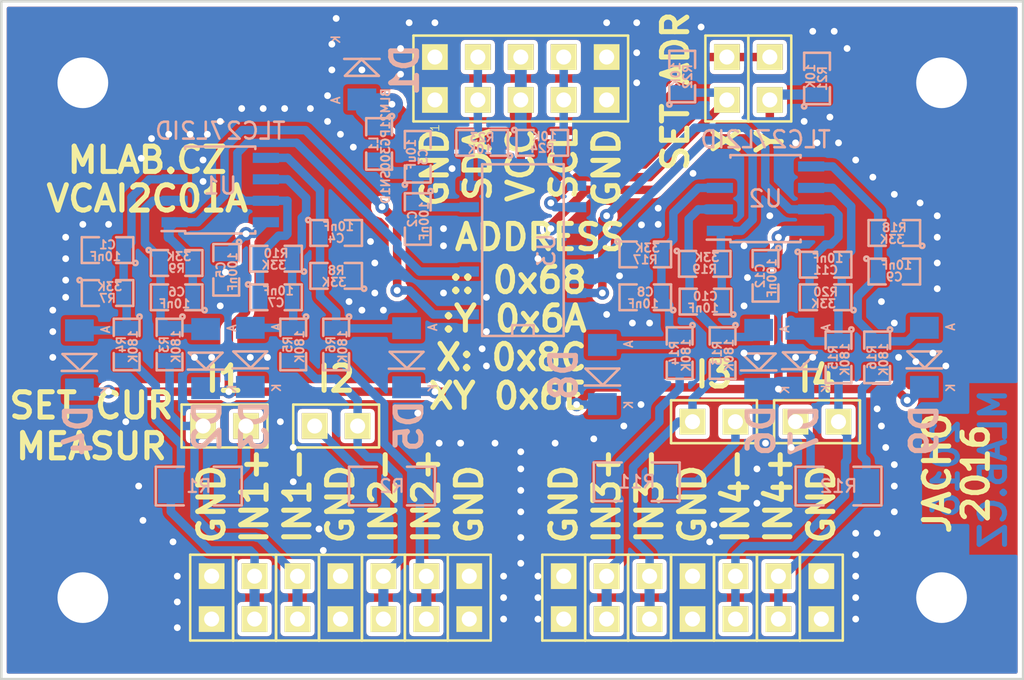
<source format=kicad_pcb>
(kicad_pcb (version 20160815) (host pcbnew "(2016-09-17 revision 679eef1)-makepkg")
  (layers (0 F.Cu signal hide) (31 B.Cu signal hide) (34 B.Paste user) (35 F.Paste user) (36 B.SilkS user) (37 F.SilkS user hide) (38 B.Mask user) (39 F.Mask user) (44 Edge.Cuts user))
  (net 0 "")
  (net 1 GND)
  (net 2 VCC)
  (net 3 /OUT1)
  (net 4 /OUT2)
  (net 5 /OUT3)
  (net 6 /OUT4)
  (net 7 "Net-(J2-Pad2)")
  (net 8 "Net-(J4-Pad2)")
  (net 9 "Net-(J6-Pad2)")
  (net 10 "Net-(J8-Pad2)")
  (net 11 /SDA)
  (net 12 /SCL)
  (net 13 /A0)
  (net 14 /A1)
  (net 15 /IN1-)
  (net 16 /IN1+)
  (net 17 /IN2+)
  (net 18 /IN3+)
  (net 19 /IN4+)
  (net 20 /IN2-)
  (net 21 /IN3-)
  (net 22 /IN4-)
  (net 23 /IN1_2+)
  (net 24 /IN2_2+)
  (net 25 /IN1_2-)
  (net 26 /IN2_2-)
  (net 27 /IN3_2+)
  (net 28 /IN4_2+)
  (net 29 /IN3_2-)
  (net 30 /IN4_2-)
  (net 31 "Net-(C2-Pad1)")
  (module Mlab_R:SMD-0805 (layer B.Cu) (at 6.5405 -25.654 180)
    (fp_text reference C1 (at 0 0.3175 180) (layer B.SilkS) (effects (font (size 0.50038 0.50038) (thickness 0.10922)) (justify mirror)))
    (fp_text value 10nF (at 0.127 -0.381 180) (layer B.SilkS) (effects (font (size 0.50038 0.50038) (thickness 0.10922)) (justify mirror)))
    (pad 1 smd rect (at -0.9525 0 180) (size 0.889 1.397) (layers B.Cu B.Paste B.Mask) (net 23 /IN1_2+))
    (pad 2 smd rect (at 0.9525 0 180) (size 0.889 1.397) (layers B.Cu B.Paste B.Mask) (net 1 GND))
  )
  (module Mlab_R:SMD-0805 (layer B.Cu) (at 38.354 -25.4)
    (fp_text reference R17 (at 0 0.3175) (layer B.SilkS) (effects (font (size 0.50038 0.50038) (thickness 0.10922)) (justify mirror)))
    (fp_text value 33K (at 0.127 -0.381) (layer B.SilkS) (effects (font (size 0.50038 0.50038) (thickness 0.10922)) (justify mirror)))
    (pad 1 smd rect (at -0.9525 0) (size 0.889 1.397) (layers B.Cu B.Paste B.Mask) (net 1 GND))
    (pad 2 smd rect (at 0.9525 0) (size 0.889 1.397) (layers B.Cu B.Paste B.Mask) (net 27 /IN3_2+))
  )
  (module Mlab_R:SMD-0805 (layer B.Cu) (at 38.354 -22.86 180)
    (fp_text reference C8 (at 0 0.3175 180) (layer B.SilkS) (effects (font (size 0.50038 0.50038) (thickness 0.10922)) (justify mirror)))
    (fp_text value 10nF (at 0.127 -0.381 180) (layer B.SilkS) (effects (font (size 0.50038 0.50038) (thickness 0.10922)) (justify mirror)))
    (pad 1 smd rect (at -0.9525 0 180) (size 0.889 1.397) (layers B.Cu B.Paste B.Mask) (net 27 /IN3_2+))
    (pad 2 smd rect (at 0.9525 0 180) (size 0.889 1.397) (layers B.Cu B.Paste B.Mask) (net 1 GND))
  )
  (module Mlab_R:SMD-0805 (layer B.Cu) (at 41.8719 -24.8412)
    (fp_text reference R19 (at 0 0.3175) (layer B.SilkS) (effects (font (size 0.50038 0.50038) (thickness 0.10922)) (justify mirror)))
    (fp_text value 33K (at 0.127 -0.381) (layer B.SilkS) (effects (font (size 0.50038 0.50038) (thickness 0.10922)) (justify mirror)))
    (pad 1 smd rect (at -0.9525 0) (size 0.889 1.397) (layers B.Cu B.Paste B.Mask) (net 29 /IN3_2-))
    (pad 2 smd rect (at 0.9525 0) (size 0.889 1.397) (layers B.Cu B.Paste B.Mask) (net 5 /OUT3))
  )
  (module Mlab_IO:SOIC-8_3.9x4.9mm_Pitch1.27mm (layer B.Cu) (at 45.466 -28.702)
    (fp_text reference U2 (at 0 0) (layer B.SilkS) (effects (justify mirror)))
    (fp_text value TLC27L2ID (at 0 -3.5) (layer B.SilkS) (effects (justify mirror)))
    (pad 1 smd rect (at -2.7 1.905) (size 1.55 0.6) (layers B.Cu B.Paste B.Mask) (net 5 /OUT3))
    (pad 2 smd rect (at -2.7 0.635) (size 1.55 0.6) (layers B.Cu B.Paste B.Mask) (net 29 /IN3_2-))
    (pad 3 smd rect (at -2.7 -0.635) (size 1.55 0.6) (layers B.Cu B.Paste B.Mask) (net 27 /IN3_2+))
    (pad 4 smd rect (at -2.7 -1.905) (size 1.55 0.6) (layers B.Cu B.Paste B.Mask) (net 1 GND))
    (pad 5 smd rect (at 2.7 -1.905) (size 1.55 0.6) (layers B.Cu B.Paste B.Mask) (net 28 /IN4_2+))
    (pad 6 smd rect (at 2.7 -0.635) (size 1.55 0.6) (layers B.Cu B.Paste B.Mask) (net 30 /IN4_2-))
    (pad 7 smd rect (at 2.7 0.635) (size 1.55 0.6) (layers B.Cu B.Paste B.Mask) (net 6 /OUT4))
    (pad 8 smd rect (at 2.7 1.905) (size 1.55 0.6) (layers B.Cu B.Paste B.Mask) (net 2 VCC))
  )
  (module Mlab_R:SMD-0805 (layer B.Cu) (at 40.5384 -35.9283 90)
    (fp_text reference R22 (at 0 0.3175 90) (layer B.SilkS) (effects (font (size 0.50038 0.50038) (thickness 0.10922)) (justify mirror)))
    (fp_text value 10K (at 0.127 -0.381 90) (layer B.SilkS) (effects (font (size 0.50038 0.50038) (thickness 0.10922)) (justify mirror)))
    (pad 1 smd rect (at -0.9525 0 90) (size 0.889 1.397) (layers B.Cu B.Paste B.Mask) (net 13 /A0))
    (pad 2 smd rect (at 0.9525 0 90) (size 0.889 1.397) (layers B.Cu B.Paste B.Mask) (net 1 GND))
  )
  (module Mlab_R:SMD-0805 (layer B.Cu) (at 10.6299 -22.86 180)
    (fp_text reference C6 (at 0 0.3175 180) (layer B.SilkS) (effects (font (size 0.50038 0.50038) (thickness 0.10922)) (justify mirror)))
    (fp_text value 10nF (at 0.127 -0.381 180) (layer B.SilkS) (effects (font (size 0.50038 0.50038) (thickness 0.10922)) (justify mirror)))
    (pad 1 smd rect (at -0.9525 0 180) (size 0.889 1.397) (layers B.Cu B.Paste B.Mask) (net 3 /OUT1))
    (pad 2 smd rect (at 0.9525 0 180) (size 0.889 1.397) (layers B.Cu B.Paste B.Mask) (net 25 /IN1_2-))
  )
  (module Mlab_D:MiniMELF_Standard (layer B.Cu) (at 4.8768 -19.1516 270)
    (fp_text reference D4 (at 4.1656 0.0508 270) (layer B.SilkS) (effects (font (thickness 0.3048)) (justify mirror)))
    (fp_text value BAS85 hide)
    (fp_text user K (at 1.80086 -1.5494 270) (layer B.SilkS) (effects (font (size 0.50038 0.50038) (thickness 0.09906)) (justify mirror)))
    (fp_text user A (at -1.80086 -1.5494 270) (layer B.SilkS) (effects (font (size 0.50038 0.50038) (thickness 0.09906)) (justify mirror)))
    (pad 2 smd rect (at -1.75006 0 270) (size 1.30048 1.69926) (layers B.Cu B.Paste B.Mask) (net 23 /IN1_2+))
    (pad 1 smd rect (at 1.75006 0 270) (size 1.30048 1.69926) (layers B.Cu B.Paste B.Mask) (net 2 VCC))
  )
  (module Mlab_R:SMD-0805 (layer B.Cu) (at 24.892 -27.4955 270)
    (fp_text reference C2 (at 0 0.3175 270) (layer B.SilkS) (effects (font (size 0.50038 0.50038) (thickness 0.10922)) (justify mirror)))
    (fp_text value 100nF (at 0.127 -0.381 270) (layer B.SilkS) (effects (font (size 0.50038 0.50038) (thickness 0.10922)) (justify mirror)))
    (pad 1 smd rect (at -0.9525 0 270) (size 0.889 1.397) (layers B.Cu B.Paste B.Mask) (net 31 "Net-(C2-Pad1)"))
    (pad 2 smd rect (at 0.9525 0 270) (size 0.889 1.397) (layers B.Cu B.Paste B.Mask) (net 1 GND))
  )
  (module Mlab_R:SMD-0805 (layer B.Cu) (at 24.892 -31.1785 90)
    (fp_text reference C3 (at 0 0.3175 90) (layer B.SilkS) (effects (font (size 0.50038 0.50038) (thickness 0.10922)) (justify mirror)))
    (fp_text value 10uF (at 0.127 -0.381 90) (layer B.SilkS) (effects (font (size 0.50038 0.50038) (thickness 0.10922)) (justify mirror)))
    (pad 1 smd rect (at -0.9525 0 90) (size 0.889 1.397) (layers B.Cu B.Paste B.Mask) (net 31 "Net-(C2-Pad1)"))
    (pad 2 smd rect (at 0.9525 0 90) (size 0.889 1.397) (layers B.Cu B.Paste B.Mask) (net 1 GND))
  )
  (module Mlab_R:SMD-0805 (layer B.Cu) (at 20.066 -26.67)
    (fp_text reference C4 (at 0 0.3175) (layer B.SilkS) (effects (font (size 0.50038 0.50038) (thickness 0.10922)) (justify mirror)))
    (fp_text value 10nF (at 0.127 -0.381) (layer B.SilkS) (effects (font (size 0.50038 0.50038) (thickness 0.10922)) (justify mirror)))
    (pad 1 smd rect (at -0.9525 0) (size 0.889 1.397) (layers B.Cu B.Paste B.Mask) (net 24 /IN2_2+))
    (pad 2 smd rect (at 0.9525 0) (size 0.889 1.397) (layers B.Cu B.Paste B.Mask) (net 1 GND))
  )
  (module Mlab_R:SMD-0805 (layer B.Cu) (at 13.5636 -24.4856 270)
    (fp_text reference C5 (at 0 0.3175 270) (layer B.SilkS) (effects (font (size 0.50038 0.50038) (thickness 0.10922)) (justify mirror)))
    (fp_text value 100nF (at 0.127 -0.381 270) (layer B.SilkS) (effects (font (size 0.50038 0.50038) (thickness 0.10922)) (justify mirror)))
    (pad 1 smd rect (at -0.9525 0 270) (size 0.889 1.397) (layers B.Cu B.Paste B.Mask) (net 2 VCC))
    (pad 2 smd rect (at 0.9525 0 270) (size 0.889 1.397) (layers B.Cu B.Paste B.Mask) (net 1 GND))
  )
  (module Mlab_R:SMD-0805 (layer B.Cu) (at 16.51 -22.86)
    (fp_text reference C7 (at 0 0.3175) (layer B.SilkS) (effects (font (size 0.50038 0.50038) (thickness 0.10922)) (justify mirror)))
    (fp_text value 10nF (at 0.127 -0.381) (layer B.SilkS) (effects (font (size 0.50038 0.50038) (thickness 0.10922)) (justify mirror)))
    (pad 1 smd rect (at -0.9525 0) (size 0.889 1.397) (layers B.Cu B.Paste B.Mask) (net 4 /OUT2))
    (pad 2 smd rect (at 0.9525 0) (size 0.889 1.397) (layers B.Cu B.Paste B.Mask) (net 26 /IN2_2-))
  )
  (module Mlab_R:SMD-0805 (layer B.Cu) (at 53.086 -24.384)
    (fp_text reference C9 (at 0 0.3175) (layer B.SilkS) (effects (font (size 0.50038 0.50038) (thickness 0.10922)) (justify mirror)))
    (fp_text value 10nF (at 0.127 -0.381) (layer B.SilkS) (effects (font (size 0.50038 0.50038) (thickness 0.10922)) (justify mirror)))
    (pad 1 smd rect (at -0.9525 0) (size 0.889 1.397) (layers B.Cu B.Paste B.Mask) (net 28 /IN4_2+))
    (pad 2 smd rect (at 0.9525 0) (size 0.889 1.397) (layers B.Cu B.Paste B.Mask) (net 1 GND))
  )
  (module Mlab_R:SMD-0805 (layer B.Cu) (at 41.91 -22.606 180)
    (fp_text reference C10 (at 0 0.3175 180) (layer B.SilkS) (effects (font (size 0.50038 0.50038) (thickness 0.10922)) (justify mirror)))
    (fp_text value 10nF (at 0.127 -0.381 180) (layer B.SilkS) (effects (font (size 0.50038 0.50038) (thickness 0.10922)) (justify mirror)))
    (pad 1 smd rect (at -0.9525 0 180) (size 0.889 1.397) (layers B.Cu B.Paste B.Mask) (net 5 /OUT3))
    (pad 2 smd rect (at 0.9525 0 180) (size 0.889 1.397) (layers B.Cu B.Paste B.Mask) (net 29 /IN3_2-))
  )
  (module Mlab_R:SMD-0805 (layer B.Cu) (at 49.022 -24.7904)
    (fp_text reference C11 (at 0 0.3175) (layer B.SilkS) (effects (font (size 0.50038 0.50038) (thickness 0.10922)) (justify mirror)))
    (fp_text value 10nF (at 0.127 -0.381) (layer B.SilkS) (effects (font (size 0.50038 0.50038) (thickness 0.10922)) (justify mirror)))
    (pad 1 smd rect (at -0.9525 0) (size 0.889 1.397) (layers B.Cu B.Paste B.Mask) (net 6 /OUT4))
    (pad 2 smd rect (at 0.9525 0) (size 0.889 1.397) (layers B.Cu B.Paste B.Mask) (net 30 /IN4_2-))
  )
  (module Mlab_D:Diode-MiniMELF_Standard (layer B.Cu) (at 21.59 -36.322 90)
    (fp_text reference D1 (at 0 2.54 90) (layer B.SilkS) (effects (font (thickness 0.3048)) (justify mirror)))
    (fp_text value BZV55C hide)
    (fp_text user K (at 1.80086 -1.5494 90) (layer B.SilkS) (effects (font (size 0.50038 0.50038) (thickness 0.09906)) (justify mirror)))
    (fp_text user A (at -1.80086 -1.5494 90) (layer B.SilkS) (effects (font (size 0.50038 0.50038) (thickness 0.09906)) (justify mirror)))
    (pad 2 smd rect (at -1.75006 0 90) (size 1.30048 1.69926) (layers B.Cu B.Paste B.Mask) (net 2 VCC))
    (pad 1 smd rect (at 1.75006 0 90) (size 1.30048 1.69926) (layers B.Cu B.Paste B.Mask) (net 1 GND))
  )
  (module Mlab_D:MiniMELF_Standard (layer B.Cu) (at 12.3444 -19.23034 270)
    (fp_text reference D2 (at 3.99034 -0.1016 270) (layer B.SilkS) (effects (font (thickness 0.3048)) (justify mirror)))
    (fp_text value BAS85 hide)
    (fp_text user K (at 1.80086 -1.5494 270) (layer B.SilkS) (effects (font (size 0.50038 0.50038) (thickness 0.09906)) (justify mirror)))
    (fp_text user A (at -1.80086 -1.5494 270) (layer B.SilkS) (effects (font (size 0.50038 0.50038) (thickness 0.09906)) (justify mirror)))
    (pad 2 smd rect (at -1.75006 0 270) (size 1.30048 1.69926) (layers B.Cu B.Paste B.Mask) (net 25 /IN1_2-))
    (pad 1 smd rect (at 1.75006 0 270) (size 1.30048 1.69926) (layers B.Cu B.Paste B.Mask) (net 2 VCC))
  )
  (module Mlab_D:MiniMELF_Standard (layer B.Cu) (at 14.986 -19.304 270)
    (fp_text reference D3 (at 4.064 -0.254 270) (layer B.SilkS) (effects (font (thickness 0.3048)) (justify mirror)))
    (fp_text value BAS85 hide)
    (fp_text user K (at 1.80086 -1.5494 270) (layer B.SilkS) (effects (font (size 0.50038 0.50038) (thickness 0.09906)) (justify mirror)))
    (fp_text user A (at -1.80086 -1.5494 270) (layer B.SilkS) (effects (font (size 0.50038 0.50038) (thickness 0.09906)) (justify mirror)))
    (pad 2 smd rect (at -1.75006 0 270) (size 1.30048 1.69926) (layers B.Cu B.Paste B.Mask) (net 26 /IN2_2-))
    (pad 1 smd rect (at 1.75006 0 270) (size 1.30048 1.69926) (layers B.Cu B.Paste B.Mask) (net 2 VCC))
  )
  (module Mlab_D:MiniMELF_Standard (layer B.Cu) (at 24.2316 -19.28114 270)
    (fp_text reference D5 (at 4.04114 -0.1524 270) (layer B.SilkS) (effects (font (thickness 0.3048)) (justify mirror)))
    (fp_text value BAS85 hide)
    (fp_text user K (at 1.80086 -1.5494 270) (layer B.SilkS) (effects (font (size 0.50038 0.50038) (thickness 0.09906)) (justify mirror)))
    (fp_text user A (at -1.80086 -1.5494 270) (layer B.SilkS) (effects (font (size 0.50038 0.50038) (thickness 0.09906)) (justify mirror)))
    (pad 2 smd rect (at -1.75006 0 270) (size 1.30048 1.69926) (layers B.Cu B.Paste B.Mask) (net 24 /IN2_2+))
    (pad 1 smd rect (at 1.75006 0 270) (size 1.30048 1.69926) (layers B.Cu B.Paste B.Mask) (net 2 VCC))
  )
  (module Mlab_D:MiniMELF_Standard (layer B.Cu) (at 45.0596 -19.17954 270)
    (fp_text reference D6 (at 4.19354 -0.1524 270) (layer B.SilkS) (effects (font (thickness 0.3048)) (justify mirror)))
    (fp_text value BAS85 hide)
    (fp_text user K (at 1.80086 -1.5494 270) (layer B.SilkS) (effects (font (size 0.50038 0.50038) (thickness 0.09906)) (justify mirror)))
    (fp_text user A (at -1.80086 -1.5494 270) (layer B.SilkS) (effects (font (size 0.50038 0.50038) (thickness 0.09906)) (justify mirror)))
    (pad 2 smd rect (at -1.75006 0 270) (size 1.30048 1.69926) (layers B.Cu B.Paste B.Mask) (net 29 /IN3_2-))
    (pad 1 smd rect (at 1.75006 0 270) (size 1.30048 1.69926) (layers B.Cu B.Paste B.Mask) (net 2 VCC))
  )
  (module Mlab_D:MiniMELF_Standard (layer B.Cu) (at 47.498 -19.2532 270)
    (fp_text reference D7 (at 4.2672 -0.254 270) (layer B.SilkS) (effects (font (thickness 0.3048)) (justify mirror)))
    (fp_text value BAS85 hide)
    (fp_text user K (at 1.80086 -1.5494 270) (layer B.SilkS) (effects (font (size 0.50038 0.50038) (thickness 0.09906)) (justify mirror)))
    (fp_text user A (at -1.80086 -1.5494 270) (layer B.SilkS) (effects (font (size 0.50038 0.50038) (thickness 0.09906)) (justify mirror)))
    (pad 2 smd rect (at -1.75006 0 270) (size 1.30048 1.69926) (layers B.Cu B.Paste B.Mask) (net 30 /IN4_2-))
    (pad 1 smd rect (at 1.75006 0 270) (size 1.30048 1.69926) (layers B.Cu B.Paste B.Mask) (net 2 VCC))
  )
  (module Mlab_D:MiniMELF_Standard (layer B.Cu) (at 35.814 -18.288 270)
    (fp_text reference D8 (at 0 2.286 270) (layer B.SilkS) (effects (font (thickness 0.3048)) (justify mirror)))
    (fp_text value BAS85 hide)
    (fp_text user K (at 1.80086 -1.5494 270) (layer B.SilkS) (effects (font (size 0.50038 0.50038) (thickness 0.09906)) (justify mirror)))
    (fp_text user A (at -1.80086 -1.5494 270) (layer B.SilkS) (effects (font (size 0.50038 0.50038) (thickness 0.09906)) (justify mirror)))
    (pad 2 smd rect (at -1.75006 0 270) (size 1.30048 1.69926) (layers B.Cu B.Paste B.Mask) (net 27 /IN3_2+))
    (pad 1 smd rect (at 1.75006 0 270) (size 1.30048 1.69926) (layers B.Cu B.Paste B.Mask) (net 2 VCC))
  )
  (module Mlab_D:MiniMELF_Standard (layer B.Cu) (at 54.864 -19.304 270)
    (fp_text reference D9 (at 4.318 0 270) (layer B.SilkS) (effects (font (thickness 0.3048)) (justify mirror)))
    (fp_text value BAS85 hide)
    (fp_text user A (at -1.80086 -1.5494 270) (layer B.SilkS) (effects (font (size 0.50038 0.50038) (thickness 0.09906)) (justify mirror)))
    (fp_text user K (at 1.80086 -1.5494 270) (layer B.SilkS) (effects (font (size 0.50038 0.50038) (thickness 0.09906)) (justify mirror)))
    (pad 1 smd rect (at 1.75006 0 270) (size 1.30048 1.69926) (layers B.Cu B.Paste B.Mask) (net 2 VCC))
    (pad 2 smd rect (at -1.75006 0 270) (size 1.30048 1.69926) (layers B.Cu B.Paste B.Mask) (net 28 /IN4_2+))
  )
  (module Mlab_Pin_Headers:Straight_1x02 (layer F.Cu) (at 13.462 -15.24 90)
    (fp_text reference J2 hide)
    (fp_text value CONN_2 hide)
    (pad 2 thru_hole rect (at 0 1.27 90) (size 1.524 1.524) (drill 0.889) (layers *.Cu *.Mask F.SilkS) (net 7 "Net-(J2-Pad2)"))
    (pad 1 thru_hole rect (at 0 -1.27 90) (size 1.524 1.524) (drill 0.889) (layers *.Cu *.Mask F.SilkS) (net 15 /IN1-))
  )
  (module Mlab_Pin_Headers:Straight_1x02 (layer F.Cu) (at 20.066 -15.24 270)
    (fp_text reference J4 hide)
    (fp_text value CONN_2 hide)
    (pad 2 thru_hole rect (at 0 1.27 270) (size 1.524 1.524) (drill 0.889) (layers *.Cu *.Mask F.SilkS) (net 8 "Net-(J4-Pad2)"))
    (pad 1 thru_hole rect (at 0 -1.27 270) (size 1.524 1.524) (drill 0.889) (layers *.Cu *.Mask F.SilkS) (net 20 /IN2-))
  )
  (module Mlab_Pin_Headers:Straight_1x02 (layer F.Cu) (at 42.418 -15.494 90)
    (fp_text reference J6 hide)
    (fp_text value CONN_2 hide)
    (pad 2 thru_hole rect (at 0 1.27 90) (size 1.524 1.524) (drill 0.889) (layers *.Cu *.Mask F.SilkS) (net 9 "Net-(J6-Pad2)"))
    (pad 1 thru_hole rect (at 0 -1.27 90) (size 1.524 1.524) (drill 0.889) (layers *.Cu *.Mask F.SilkS) (net 21 /IN3-))
  )
  (module Mlab_Pin_Headers:Straight_1x02 (layer F.Cu) (at 48.514 -15.494 270)
    (fp_text reference J8 hide)
    (fp_text value CONN_2 hide)
    (pad 2 thru_hole rect (at 0 1.27 270) (size 1.524 1.524) (drill 0.889) (layers *.Cu *.Mask F.SilkS) (net 10 "Net-(J8-Pad2)"))
    (pad 1 thru_hole rect (at 0 -1.27 270) (size 1.524 1.524) (drill 0.889) (layers *.Cu *.Mask F.SilkS) (net 22 /IN4-))
  )
  (module Mlab_Pin_Headers:Straight_2x01 (layer F.Cu) (at 43.18 -35.814 90)
    (fp_text reference J10 hide)
    (fp_text value JUMP2_2x1 hide)
    (pad 1 thru_hole rect (at -1.27 0 90) (size 1.524 1.524) (drill 0.889) (layers *.Cu *.Mask F.SilkS) (net 13 /A0))
    (pad 2 thru_hole rect (at 1.27 0 90) (size 1.524 1.524) (drill 0.889) (layers *.Cu *.Mask F.SilkS) (net 2 VCC))
  )
  (module Mlab_Pin_Headers:Straight_2x01 (layer F.Cu) (at 45.72 -35.814 90)
    (fp_text reference J11 hide)
    (fp_text value JUMP2_2x1 hide)
    (pad 1 thru_hole rect (at -1.27 0 90) (size 1.524 1.524) (drill 0.889) (layers *.Cu *.Mask F.SilkS) (net 14 /A1))
    (pad 2 thru_hole rect (at 1.27 0 90) (size 1.524 1.524) (drill 0.889) (layers *.Cu *.Mask F.SilkS) (net 2 VCC))
  )
  (module Mlab_Pin_Headers:Straight_2x05 (layer F.Cu) (at 30.988 -35.814 90)
    (fp_text reference J13 hide)
    (fp_text value JUMP_5X2 hide)
    (fp_text user 1 (at -2.921 -5.08 90) (layer F.SilkS) (effects (font (size 0.5 0.5) (thickness 0.05))))
    (pad 1 thru_hole rect (at -1.27 -5.08 90) (size 1.524 1.524) (drill 0.889) (layers *.Cu *.Mask F.SilkS) (net 1 GND))
    (pad 2 thru_hole rect (at 1.27 -5.08 90) (size 1.524 1.524) (drill 0.889) (layers *.Cu *.Mask F.SilkS) (net 1 GND))
    (pad 3 thru_hole rect (at -1.27 -2.54 90) (size 1.524 1.524) (drill 0.889) (layers *.Cu *.Mask F.SilkS) (net 11 /SDA))
    (pad 4 thru_hole rect (at 1.27 -2.54 90) (size 1.524 1.524) (drill 0.889) (layers *.Cu *.Mask F.SilkS) (net 11 /SDA))
    (pad 5 thru_hole rect (at -1.27 0 90) (size 1.524 1.524) (drill 0.889) (layers *.Cu *.Mask F.SilkS) (net 2 VCC))
    (pad 6 thru_hole rect (at 1.27 0 90) (size 1.524 1.524) (drill 0.889) (layers *.Cu *.Mask F.SilkS) (net 2 VCC))
    (pad 7 thru_hole rect (at -1.27 2.54 90) (size 1.524 1.524) (drill 0.889) (layers *.Cu *.Mask F.SilkS) (net 12 /SCL))
    (pad 8 thru_hole rect (at 1.27 2.54 90) (size 1.524 1.524) (drill 0.889) (layers *.Cu *.Mask F.SilkS) (net 12 /SCL))
    (pad 9 thru_hole rect (at -1.27 5.08 90) (size 1.524 1.524) (drill 0.889) (layers *.Cu *.Mask F.SilkS) (net 1 GND))
    (pad 10 thru_hole rect (at 1.27 5.08 90) (size 1.524 1.524) (drill 0.889) (layers *.Cu *.Mask F.SilkS) (net 1 GND))
  )
  (module Mlab_Mechanical:MountingHole_3mm (layer F.Cu) (at 55.88 -35.56)
    (fp_text reference M1 hide)
    (fp_text value HOLE hide)
    (pad 1 thru_hole circle (at 0 0) (size 6 6) (drill 3) (layers *.Cu *.Adhes *.Mask) (net 1 GND) (clearance 1))
  )
  (module Mlab_Mechanical:MountingHole_3mm (layer F.Cu) (at 5.08 -5.08)
    (fp_text reference M2 hide)
    (fp_text value HOLE hide)
    (pad 1 thru_hole circle (at 0 0) (size 6 6) (drill 3) (layers *.Cu *.Adhes *.Mask) (net 1 GND) (clearance 1))
  )
  (module Mlab_Mechanical:MountingHole_3mm (layer F.Cu) (at 55.88 -5.08)
    (fp_text reference M3 hide)
    (fp_text value HOLE hide)
    (pad 1 thru_hole circle (at 0 0) (size 6 6) (drill 3) (layers *.Cu *.Adhes *.Mask) (net 1 GND) (clearance 1))
  )
  (module Mlab_Mechanical:MountingHole_3mm (layer F.Cu) (at 5.08 -35.56)
    (fp_text reference M4 hide)
    (fp_text value HOLE hide)
    (pad 1 thru_hole circle (at 0 0) (size 6 6) (drill 3) (layers *.Cu *.Adhes *.Mask) (net 1 GND) (clearance 1))
  )
  (module Mlab_R:SMD-0805 (layer B.Cu) (at 10.2108 -20.066 270)
    (fp_text reference R3 (at 0 0.3175 270) (layer B.SilkS) (effects (font (size 0.50038 0.50038) (thickness 0.10922)) (justify mirror)))
    (fp_text value 180K (at 0.127 -0.381 270) (layer B.SilkS) (effects (font (size 0.50038 0.50038) (thickness 0.10922)) (justify mirror)))
    (pad 1 smd rect (at -0.9525 0 270) (size 0.889 1.397) (layers B.Cu B.Paste B.Mask) (net 25 /IN1_2-))
    (pad 2 smd rect (at 0.9525 0 270) (size 0.889 1.397) (layers B.Cu B.Paste B.Mask) (net 15 /IN1-))
  )
  (module Mlab_R:SMD-0805 (layer B.Cu) (at 7.6708 -20.066 270)
    (fp_text reference R4 (at 0 0.3175 270) (layer B.SilkS) (effects (font (size 0.50038 0.50038) (thickness 0.10922)) (justify mirror)))
    (fp_text value 180K (at 0.127 -0.381 270) (layer B.SilkS) (effects (font (size 0.50038 0.50038) (thickness 0.10922)) (justify mirror)))
    (pad 1 smd rect (at -0.9525 0 270) (size 0.889 1.397) (layers B.Cu B.Paste B.Mask) (net 23 /IN1_2+))
    (pad 2 smd rect (at 0.9525 0 270) (size 0.889 1.397) (layers B.Cu B.Paste B.Mask) (net 16 /IN1+))
  )
  (module Mlab_R:SMD-0805 (layer B.Cu) (at 17.526 -20.066 270)
    (fp_text reference R5 (at 0 0.3175 270) (layer B.SilkS) (effects (font (size 0.50038 0.50038) (thickness 0.10922)) (justify mirror)))
    (fp_text value 180K (at 0.127 -0.381 270) (layer B.SilkS) (effects (font (size 0.50038 0.50038) (thickness 0.10922)) (justify mirror)))
    (pad 1 smd rect (at -0.9525 0 270) (size 0.889 1.397) (layers B.Cu B.Paste B.Mask) (net 26 /IN2_2-))
    (pad 2 smd rect (at 0.9525 0 270) (size 0.889 1.397) (layers B.Cu B.Paste B.Mask) (net 20 /IN2-))
  )
  (module Mlab_R:SMD-0805 (layer B.Cu) (at 20.066 -20.066 270)
    (fp_text reference R6 (at 0 0.3175 270) (layer B.SilkS) (effects (font (size 0.50038 0.50038) (thickness 0.10922)) (justify mirror)))
    (fp_text value 180K (at 0.127 -0.381 270) (layer B.SilkS) (effects (font (size 0.50038 0.50038) (thickness 0.10922)) (justify mirror)))
    (pad 1 smd rect (at -0.9525 0 270) (size 0.889 1.397) (layers B.Cu B.Paste B.Mask) (net 24 /IN2_2+))
    (pad 2 smd rect (at 0.9525 0 270) (size 0.889 1.397) (layers B.Cu B.Paste B.Mask) (net 17 /IN2+))
  )
  (module Mlab_R:SMD-0805 (layer B.Cu) (at 6.5405 -23.114)
    (fp_text reference R7 (at 0 0.3175) (layer B.SilkS) (effects (font (size 0.50038 0.50038) (thickness 0.10922)) (justify mirror)))
    (fp_text value 33K (at 0.127 -0.381) (layer B.SilkS) (effects (font (size 0.50038 0.50038) (thickness 0.10922)) (justify mirror)))
    (pad 1 smd rect (at -0.9525 0) (size 0.889 1.397) (layers B.Cu B.Paste B.Mask) (net 1 GND))
    (pad 2 smd rect (at 0.9525 0) (size 0.889 1.397) (layers B.Cu B.Paste B.Mask) (net 23 /IN1_2+))
  )
  (module Mlab_R:SMD-0805 (layer B.Cu) (at 20.066 -24.13 180)
    (fp_text reference R8 (at 0 0.3175 180) (layer B.SilkS) (effects (font (size 0.50038 0.50038) (thickness 0.10922)) (justify mirror)))
    (fp_text value 33K (at 0.127 -0.381 180) (layer B.SilkS) (effects (font (size 0.50038 0.50038) (thickness 0.10922)) (justify mirror)))
    (pad 1 smd rect (at -0.9525 0 180) (size 0.889 1.397) (layers B.Cu B.Paste B.Mask) (net 1 GND))
    (pad 2 smd rect (at 0.9525 0 180) (size 0.889 1.397) (layers B.Cu B.Paste B.Mask) (net 24 /IN2_2+))
  )
  (module Mlab_R:SMD-0805 (layer B.Cu) (at 10.6299 -24.892)
    (fp_text reference R9 (at 0 0.3175) (layer B.SilkS) (effects (font (size 0.50038 0.50038) (thickness 0.10922)) (justify mirror)))
    (fp_text value 33K (at 0.127 -0.381) (layer B.SilkS) (effects (font (size 0.50038 0.50038) (thickness 0.10922)) (justify mirror)))
    (pad 1 smd rect (at -0.9525 0) (size 0.889 1.397) (layers B.Cu B.Paste B.Mask) (net 25 /IN1_2-))
    (pad 2 smd rect (at 0.9525 0) (size 0.889 1.397) (layers B.Cu B.Paste B.Mask) (net 3 /OUT1))
  )
  (module Mlab_R:SMD-0805 (layer B.Cu) (at 16.51 -25.146 180)
    (fp_text reference R10 (at 0 0.3175 180) (layer B.SilkS) (effects (font (size 0.50038 0.50038) (thickness 0.10922)) (justify mirror)))
    (fp_text value 33K (at 0.127 -0.381 180) (layer B.SilkS) (effects (font (size 0.50038 0.50038) (thickness 0.10922)) (justify mirror)))
    (pad 1 smd rect (at -0.9525 0 180) (size 0.889 1.397) (layers B.Cu B.Paste B.Mask) (net 26 /IN2_2-))
    (pad 2 smd rect (at 0.9525 0 180) (size 0.889 1.397) (layers B.Cu B.Paste B.Mask) (net 4 /OUT2))
  )
  (module Mlab_R:SMD-0805 (layer B.Cu) (at 42.926 -19.558 270)
    (fp_text reference R13 (at 0 0.3175 270) (layer B.SilkS) (effects (font (size 0.50038 0.50038) (thickness 0.10922)) (justify mirror)))
    (fp_text value 180K (at 0.127 -0.381 270) (layer B.SilkS) (effects (font (size 0.50038 0.50038) (thickness 0.10922)) (justify mirror)))
    (pad 1 smd rect (at -0.9525 0 270) (size 0.889 1.397) (layers B.Cu B.Paste B.Mask) (net 29 /IN3_2-))
    (pad 2 smd rect (at 0.9525 0 270) (size 0.889 1.397) (layers B.Cu B.Paste B.Mask) (net 21 /IN3-))
  )
  (module Mlab_R:SMD-0805 (layer B.Cu) (at 40.386 -19.558 270)
    (fp_text reference R14 (at 0 0.3175 270) (layer B.SilkS) (effects (font (size 0.50038 0.50038) (thickness 0.10922)) (justify mirror)))
    (fp_text value 180K (at 0.127 -0.381 270) (layer B.SilkS) (effects (font (size 0.50038 0.50038) (thickness 0.10922)) (justify mirror)))
    (pad 1 smd rect (at -0.9525 0 270) (size 0.889 1.397) (layers B.Cu B.Paste B.Mask) (net 27 /IN3_2+))
    (pad 2 smd rect (at 0.9525 0 270) (size 0.889 1.397) (layers B.Cu B.Paste B.Mask) (net 18 /IN3+))
  )
  (module Mlab_R:SMD-0805 (layer B.Cu) (at 49.784 -19.304 270)
    (fp_text reference R15 (at 0 0.3175 270) (layer B.SilkS) (effects (font (size 0.50038 0.50038) (thickness 0.10922)) (justify mirror)))
    (fp_text value 180K (at 0.127 -0.381 270) (layer B.SilkS) (effects (font (size 0.50038 0.50038) (thickness 0.10922)) (justify mirror)))
    (pad 1 smd rect (at -0.9525 0 270) (size 0.889 1.397) (layers B.Cu B.Paste B.Mask) (net 30 /IN4_2-))
    (pad 2 smd rect (at 0.9525 0 270) (size 0.889 1.397) (layers B.Cu B.Paste B.Mask) (net 22 /IN4-))
  )
  (module Mlab_R:SMD-0805 (layer B.Cu) (at 52.07 -19.304 270)
    (fp_text reference R16 (at 0 0.3175 270) (layer B.SilkS) (effects (font (size 0.50038 0.50038) (thickness 0.10922)) (justify mirror)))
    (fp_text value 180K (at 0.127 -0.381 270) (layer B.SilkS) (effects (font (size 0.50038 0.50038) (thickness 0.10922)) (justify mirror)))
    (pad 1 smd rect (at -0.9525 0 270) (size 0.889 1.397) (layers B.Cu B.Paste B.Mask) (net 28 /IN4_2+))
    (pad 2 smd rect (at 0.9525 0 270) (size 0.889 1.397) (layers B.Cu B.Paste B.Mask) (net 19 /IN4+))
  )
  (module Mlab_R:SMD-0805 (layer B.Cu) (at 53.086 -26.67 180)
    (fp_text reference R18 (at 0 0.3175 180) (layer B.SilkS) (effects (font (size 0.50038 0.50038) (thickness 0.10922)) (justify mirror)))
    (fp_text value 33K (at 0.127 -0.381 180) (layer B.SilkS) (effects (font (size 0.50038 0.50038) (thickness 0.10922)) (justify mirror)))
    (pad 1 smd rect (at -0.9525 0 180) (size 0.889 1.397) (layers B.Cu B.Paste B.Mask) (net 1 GND))
    (pad 2 smd rect (at 0.9525 0 180) (size 0.889 1.397) (layers B.Cu B.Paste B.Mask) (net 28 /IN4_2+))
  )
  (module Mlab_R:SMD-0805 (layer B.Cu) (at 49.022 -22.86 180)
    (fp_text reference R20 (at 0 0.3175 180) (layer B.SilkS) (effects (font (size 0.50038 0.50038) (thickness 0.10922)) (justify mirror)))
    (fp_text value 33K (at 0.127 -0.381 180) (layer B.SilkS) (effects (font (size 0.50038 0.50038) (thickness 0.10922)) (justify mirror)))
    (pad 1 smd rect (at -0.9525 0 180) (size 0.889 1.397) (layers B.Cu B.Paste B.Mask) (net 30 /IN4_2-))
    (pad 2 smd rect (at 0.9525 0 180) (size 0.889 1.397) (layers B.Cu B.Paste B.Mask) (net 6 /OUT4))
  )
  (module Mlab_R:SMD-0805 (layer B.Cu) (at 48.514 -35.814 90)
    (fp_text reference R21 (at 0 0.3175 90) (layer B.SilkS) (effects (font (size 0.50038 0.50038) (thickness 0.10922)) (justify mirror)))
    (fp_text value 10K (at 0.127 -0.381 90) (layer B.SilkS) (effects (font (size 0.50038 0.50038) (thickness 0.10922)) (justify mirror)))
    (pad 1 smd rect (at -0.9525 0 90) (size 0.889 1.397) (layers B.Cu B.Paste B.Mask) (net 14 /A1))
    (pad 2 smd rect (at 0.9525 0 90) (size 0.889 1.397) (layers B.Cu B.Paste B.Mask) (net 1 GND))
  )
  (module Mlab_R:SMD-0805 (layer B.Cu) (at 28.702 -32.004 180)
    (fp_text reference R23 (at 0 0.3175 180) (layer B.SilkS) (effects (font (size 0.50038 0.50038) (thickness 0.10922)) (justify mirror)))
    (fp_text value 10K (at 0.127 -0.381 180) (layer B.SilkS) (effects (font (size 0.50038 0.50038) (thickness 0.10922)) (justify mirror)))
    (pad 1 smd rect (at -0.9525 0 180) (size 0.889 1.397) (layers B.Cu B.Paste B.Mask) (net 2 VCC))
    (pad 2 smd rect (at 0.9525 0 180) (size 0.889 1.397) (layers B.Cu B.Paste B.Mask) (net 11 /SDA))
  )
  (module Mlab_R:SMD-0805 (layer B.Cu) (at 32.258 -32.004)
    (fp_text reference R24 (at 0 0.3175) (layer B.SilkS) (effects (font (size 0.50038 0.50038) (thickness 0.10922)) (justify mirror)))
    (fp_text value 10K (at 0.127 -0.381) (layer B.SilkS) (effects (font (size 0.50038 0.50038) (thickness 0.10922)) (justify mirror)))
    (pad 1 smd rect (at -0.9525 0) (size 0.889 1.397) (layers B.Cu B.Paste B.Mask) (net 2 VCC))
    (pad 2 smd rect (at 0.9525 0) (size 0.889 1.397) (layers B.Cu B.Paste B.Mask) (net 12 /SCL))
  )
  (module Mlab_IO:SOIC-8_3.9x4.9mm_Pitch1.27mm (layer B.Cu) (at 13.208 -29.21)
    (fp_text reference U1 (at 0 -0.254) (layer B.SilkS) (effects (justify mirror)))
    (fp_text value TLC27L2ID (at 0 -3.5) (layer B.SilkS) (effects (justify mirror)))
    (pad 1 smd rect (at -2.7 1.905) (size 1.55 0.6) (layers B.Cu B.Paste B.Mask) (net 3 /OUT1))
    (pad 2 smd rect (at -2.7 0.635) (size 1.55 0.6) (layers B.Cu B.Paste B.Mask) (net 25 /IN1_2-))
    (pad 3 smd rect (at -2.7 -0.635) (size 1.55 0.6) (layers B.Cu B.Paste B.Mask) (net 23 /IN1_2+))
    (pad 4 smd rect (at -2.7 -1.905) (size 1.55 0.6) (layers B.Cu B.Paste B.Mask) (net 1 GND))
    (pad 5 smd rect (at 2.7 -1.905) (size 1.55 0.6) (layers B.Cu B.Paste B.Mask) (net 24 /IN2_2+))
    (pad 6 smd rect (at 2.7 -0.635) (size 1.55 0.6) (layers B.Cu B.Paste B.Mask) (net 26 /IN2_2-))
    (pad 7 smd rect (at 2.7 0.635) (size 1.55 0.6) (layers B.Cu B.Paste B.Mask) (net 4 /OUT2))
    (pad 8 smd rect (at 2.7 1.905) (size 1.55 0.6) (layers B.Cu B.Paste B.Mask) (net 2 VCC))
  )
  (module Mlab_IO:SOIC-14 (layer B.Cu) (at 31.242 -25.654 90)
    (fp_text reference U3 (at 0 1.27 90) (layer B.SilkS) (effects (justify mirror)))
    (fp_text value MCP3424)
    (pad 1 smd rect (at -3.81 -3.302 90) (size 0.6 1.143) (layers B.Cu B.Paste B.Mask) (net 3 /OUT1))
    (pad 2 smd rect (at -2.54 -3.302 90) (size 0.6 1.143) (layers B.Cu B.Paste B.Mask) (net 1 GND))
    (pad 3 smd rect (at -1.27 -3.302 90) (size 0.6 1.143) (layers B.Cu B.Paste B.Mask) (net 4 /OUT2))
    (pad 4 smd rect (at 0 -3.302 90) (size 0.6 1.143) (layers B.Cu B.Paste B.Mask) (net 1 GND))
    (pad 5 smd rect (at 1.27 -3.302 90) (size 0.6 1.143) (layers B.Cu B.Paste B.Mask) (net 1 GND))
    (pad 6 smd rect (at 2.54 -3.302 90) (size 0.6 1.143) (layers B.Cu B.Paste B.Mask) (net 31 "Net-(C2-Pad1)"))
    (pad 7 smd rect (at 3.81 -3.302 90) (size 0.6 1.143) (layers B.Cu B.Paste B.Mask) (net 11 /SDA))
    (pad 8 smd rect (at 3.81 3.048 90) (size 0.6 1.143) (layers B.Cu B.Paste B.Mask) (net 12 /SCL))
    (pad 9 smd rect (at 2.54 3.048 90) (size 0.6 1.143) (layers B.Cu B.Paste B.Mask) (net 13 /A0))
    (pad 11 smd rect (at 0 3.048 90) (size 0.6 1.143) (layers B.Cu B.Paste B.Mask) (net 5 /OUT3))
    (pad 12 smd rect (at -1.27 3.048 90) (size 0.6 1.143) (layers B.Cu B.Paste B.Mask) (net 1 GND))
    (pad 13 smd rect (at -2.54 3.048 90) (size 0.6 1.143) (layers B.Cu B.Paste B.Mask) (net 6 /OUT4))
    (pad 14 smd rect (at -3.81 3.048 90) (size 0.6 1.143) (layers B.Cu B.Paste B.Mask) (net 1 GND))
    (pad 10 smd rect (at 1.27 3.048 90) (size 0.6 1.143) (layers B.Cu B.Paste B.Mask) (net 14 /A1))
  )
  (module Mlab_R:SMD-0805 (layer B.Cu) (at 45.466 -24.13 270)
    (fp_text reference C12 (at 0 0.3175 270) (layer B.SilkS) (effects (font (size 0.50038 0.50038) (thickness 0.10922)) (justify mirror)))
    (fp_text value 100nF (at 0.127 -0.381 270) (layer B.SilkS) (effects (font (size 0.50038 0.50038) (thickness 0.10922)) (justify mirror)))
    (pad 1 smd rect (at -0.9525 0 270) (size 0.889 1.397) (layers B.Cu B.Paste B.Mask) (net 2 VCC))
    (pad 2 smd rect (at 0.9525 0 270) (size 0.889 1.397) (layers B.Cu B.Paste B.Mask) (net 1 GND))
  )
  (module Mlab_Pin_Headers:Straight_1x02 (layer F.Cu) (at 27.94 -5.08)
    (fp_text reference J14 hide)
    (fp_text value JUMP_2x1 hide)
    (pad 2 thru_hole rect (at 0 1.27) (size 1.524 1.524) (drill 0.889) (layers *.Cu *.Mask F.SilkS) (net 1 GND))
    (pad 1 thru_hole rect (at 0 -1.27) (size 1.524 1.524) (drill 0.889) (layers *.Cu *.Mask F.SilkS) (net 1 GND))
  )
  (module Mlab_Pin_Headers:Straight_1x02 (layer F.Cu) (at 22.86 -5.08)
    (fp_text reference J15 hide)
    (fp_text value JUMP_2x1 hide)
    (pad 2 thru_hole rect (at 0 1.27) (size 1.524 1.524) (drill 0.889) (layers *.Cu *.Mask F.SilkS) (net 20 /IN2-))
    (pad 1 thru_hole rect (at 0 -1.27) (size 1.524 1.524) (drill 0.889) (layers *.Cu *.Mask F.SilkS) (net 20 /IN2-))
  )
  (module Mlab_Pin_Headers:Straight_1x02 (layer F.Cu) (at 25.4 -5.08)
    (fp_text reference J16 hide)
    (fp_text value JUMP_2x1 hide)
    (pad 2 thru_hole rect (at 0 1.27) (size 1.524 1.524) (drill 0.889) (layers *.Cu *.Mask F.SilkS) (net 17 /IN2+))
    (pad 1 thru_hole rect (at 0 -1.27) (size 1.524 1.524) (drill 0.889) (layers *.Cu *.Mask F.SilkS) (net 17 /IN2+))
  )
  (module Mlab_Pin_Headers:Straight_1x02 (layer F.Cu) (at 20.32 -5.08)
    (fp_text reference J17 hide)
    (fp_text value JUMP_2x1 hide)
    (pad 2 thru_hole rect (at 0 1.27) (size 1.524 1.524) (drill 0.889) (layers *.Cu *.Mask F.SilkS) (net 1 GND))
    (pad 1 thru_hole rect (at 0 -1.27) (size 1.524 1.524) (drill 0.889) (layers *.Cu *.Mask F.SilkS) (net 1 GND))
  )
  (module Mlab_Pin_Headers:Straight_1x02 (layer F.Cu) (at 38.608 -5.08)
    (fp_text reference J18 hide)
    (fp_text value JUMP_2x1 hide)
    (pad 2 thru_hole rect (at 0 1.27) (size 1.524 1.524) (drill 0.889) (layers *.Cu *.Mask F.SilkS) (net 21 /IN3-))
    (pad 1 thru_hole rect (at 0 -1.27) (size 1.524 1.524) (drill 0.889) (layers *.Cu *.Mask F.SilkS) (net 21 /IN3-))
  )
  (module Mlab_Pin_Headers:Straight_1x02 (layer F.Cu) (at 36.068 -5.08)
    (fp_text reference J19 hide)
    (fp_text value JUMP_2x1 hide)
    (pad 2 thru_hole rect (at 0 1.27) (size 1.524 1.524) (drill 0.889) (layers *.Cu *.Mask F.SilkS) (net 18 /IN3+))
    (pad 1 thru_hole rect (at 0 -1.27) (size 1.524 1.524) (drill 0.889) (layers *.Cu *.Mask F.SilkS) (net 18 /IN3+))
  )
  (module Mlab_Pin_Headers:Straight_1x02 (layer F.Cu) (at 48.768 -5.08)
    (fp_text reference J20 hide)
    (fp_text value JUMP_2x1 hide)
    (pad 2 thru_hole rect (at 0 1.27) (size 1.524 1.524) (drill 0.889) (layers *.Cu *.Mask F.SilkS) (net 1 GND))
    (pad 1 thru_hole rect (at 0 -1.27) (size 1.524 1.524) (drill 0.889) (layers *.Cu *.Mask F.SilkS) (net 1 GND))
  )
  (module Mlab_Pin_Headers:Straight_1x02 (layer F.Cu) (at 43.688 -5.08)
    (fp_text reference J21 hide)
    (fp_text value JUMP_2x1 hide)
    (pad 2 thru_hole rect (at 0 1.27) (size 1.524 1.524) (drill 0.889) (layers *.Cu *.Mask F.SilkS) (net 22 /IN4-))
    (pad 1 thru_hole rect (at 0 -1.27) (size 1.524 1.524) (drill 0.889) (layers *.Cu *.Mask F.SilkS) (net 22 /IN4-))
  )
  (module Mlab_Pin_Headers:Straight_1x02 (layer F.Cu) (at 46.228 -5.08)
    (fp_text reference J22 hide)
    (fp_text value JUMP_2x1 hide)
    (pad 2 thru_hole rect (at 0 1.27) (size 1.524 1.524) (drill 0.889) (layers *.Cu *.Mask F.SilkS) (net 19 /IN4+))
    (pad 1 thru_hole rect (at 0 -1.27) (size 1.524 1.524) (drill 0.889) (layers *.Cu *.Mask F.SilkS) (net 19 /IN4+))
  )
  (module Mlab_Pin_Headers:Straight_1x02 (layer F.Cu) (at 33.528 -5.08)
    (fp_text reference J23 hide)
    (fp_text value JUMP_2x1 hide)
    (pad 2 thru_hole rect (at 0 1.27) (size 1.524 1.524) (drill 0.889) (layers *.Cu *.Mask F.SilkS) (net 1 GND))
    (pad 1 thru_hole rect (at 0 -1.27) (size 1.524 1.524) (drill 0.889) (layers *.Cu *.Mask F.SilkS) (net 1 GND))
  )
  (module Mlab_Pin_Headers:Straight_2x01 (layer F.Cu) (at 41.148 -5.08 90)
    (fp_text reference J3 hide)
    (fp_text value JUMP_2x1 hide)
    (pad 1 thru_hole rect (at -1.27 0 90) (size 1.524 1.524) (drill 0.889) (layers *.Cu *.Mask F.SilkS) (net 1 GND))
    (pad 2 thru_hole rect (at 1.27 0 90) (size 1.524 1.524) (drill 0.889) (layers *.Cu *.Mask F.SilkS) (net 1 GND))
  )
  (module Mlab_Pin_Headers:Straight_1x02 (layer F.Cu) (at 12.7 -5.08)
    (fp_text reference J5 hide)
    (fp_text value JUMP_2x1 hide)
    (pad 2 thru_hole rect (at 0 1.27) (size 1.524 1.524) (drill 0.889) (layers *.Cu *.Mask F.SilkS) (net 1 GND))
    (pad 1 thru_hole rect (at 0 -1.27) (size 1.524 1.524) (drill 0.889) (layers *.Cu *.Mask F.SilkS) (net 1 GND))
  )
  (module Mlab_Pin_Headers:Straight_1x02 (layer F.Cu) (at 17.78 -5.08)
    (fp_text reference J7 hide)
    (fp_text value JUMP_2x1 hide)
    (pad 2 thru_hole rect (at 0 1.27) (size 1.524 1.524) (drill 0.889) (layers *.Cu *.Mask F.SilkS) (net 15 /IN1-))
    (pad 1 thru_hole rect (at 0 -1.27) (size 1.524 1.524) (drill 0.889) (layers *.Cu *.Mask F.SilkS) (net 15 /IN1-))
  )
  (module Mlab_Pin_Headers:Straight_1x02 (layer F.Cu) (at 15.24 -5.08)
    (fp_text reference J9 hide)
    (fp_text value JUMP_2x1 hide)
    (pad 2 thru_hole rect (at 0 1.27) (size 1.524 1.524) (drill 0.889) (layers *.Cu *.Mask F.SilkS) (net 16 /IN1+))
    (pad 1 thru_hole rect (at 0 -1.27) (size 1.524 1.524) (drill 0.889) (layers *.Cu *.Mask F.SilkS) (net 16 /IN1+))
  )
  (module Mlab_R:SMD-0805 (layer B.Cu) (at 22.606 -31.9405 270)
    (fp_text reference L1 (at 0 0.3175 270) (layer B.SilkS) (effects (font (size 0.50038 0.50038) (thickness 0.10922)) (justify mirror)))
    (fp_text value BLM21PG300SN1D (at 0.127 -0.381 270) (layer B.SilkS) (effects (font (size 0.50038 0.50038) (thickness 0.10922)) (justify mirror)))
    (pad 2 smd rect (at 0.9525 0 270) (size 0.889 1.397) (layers B.Cu B.Paste B.Mask) (net 31 "Net-(C2-Pad1)"))
    (pad 1 smd rect (at -0.9525 0 270) (size 0.889 1.397) (layers B.Cu B.Paste B.Mask) (net 2 VCC))
  )
  (module Mlab_R:SMD-1206 (layer B.Cu) (at 11.938 -11.684)
    (fp_text reference R1 (at 0 0) (layer B.SilkS) (effects (font (size 0.762 0.762) (thickness 0.127)) (justify mirror)))
    (fp_text value 249R hide)
    (pad 2 smd rect (at 1.651 0) (size 1.524 2.032) (layers B.Cu B.Paste B.Mask) (net 7 "Net-(J2-Pad2)"))
    (pad 1 smd rect (at -1.651 0) (size 1.524 2.032) (layers B.Cu B.Paste B.Mask) (net 16 /IN1+))
  )
  (module Mlab_R:SMD-1206 (layer B.Cu) (at 23.368 -11.684 180)
    (fp_text reference R2 (at 0 0 180) (layer B.SilkS) (effects (font (size 0.762 0.762) (thickness 0.127)) (justify mirror)))
    (fp_text value 249R hide)
    (pad 1 smd rect (at -1.651 0 180) (size 1.524 2.032) (layers B.Cu B.Paste B.Mask) (net 17 /IN2+))
    (pad 2 smd rect (at 1.651 0 180) (size 1.524 2.032) (layers B.Cu B.Paste B.Mask) (net 8 "Net-(J4-Pad2)"))
  )
  (module Mlab_R:SMD-1206 (layer B.Cu) (at 37.846 -11.938)
    (fp_text reference R11 (at 0 0) (layer B.SilkS) (effects (font (size 0.762 0.762) (thickness 0.127)) (justify mirror)))
    (fp_text value 249R hide)
    (pad 2 smd rect (at 1.651 0) (size 1.524 2.032) (layers B.Cu B.Paste B.Mask) (net 9 "Net-(J6-Pad2)"))
    (pad 1 smd rect (at -1.651 0) (size 1.524 2.032) (layers B.Cu B.Paste B.Mask) (net 18 /IN3+))
  )
  (module Mlab_R:SMD-1206 (layer B.Cu) (at 49.784 -11.684 180)
    (fp_text reference R12 (at 0 0 180) (layer B.SilkS) (effects (font (size 0.762 0.762) (thickness 0.127)) (justify mirror)))
    (fp_text value 249R hide)
    (pad 1 smd rect (at -1.651 0 180) (size 1.524 2.032) (layers B.Cu B.Paste B.Mask) (net 19 /IN4+))
    (pad 2 smd rect (at 1.651 0 180) (size 1.524 2.032) (layers B.Cu B.Paste B.Mask) (net 10 "Net-(J8-Pad2)"))
  )
  (gr_text IN3+ (at 36.068 -8.128 90) (layer F.SilkS) (effects (font (size 1.5 1.5) (thickness 0.3)) (justify left)))
  (gr_text "SET CUR\nMEASUR" (at 5.588 -15.24) (layer F.SilkS) (effects (font (size 1.5 1.5) (thickness 0.3))))
  (gr_text VCAI2C01A (at 8.89 -28.702) (layer F.SilkS) (effects (font (size 1.5 1.5) (thickness 0.3))))
  (gr_text MLAB.CZ (at 58.928 -12.7 90) (layer B.Cu) (effects (font (size 1.5 1.5) (thickness 0.3)) (justify mirror)))
  (gr_text 2016 (at 56.134 -12.7 90) (layer B.Cu) (effects (font (size 1.5 1.5) (thickness 0.3)) (justify mirror)))
  (gr_text JACHO (at 55.626 -12.446 90) (layer F.SilkS) (effects (font (size 1.5 1.5) (thickness 0.3))))
  (gr_text 2016 (at 57.912 -12.446 90) (layer F.SilkS) (effects (font (size 1.5 1.5) (thickness 0.3))))
  (gr_text MLAB.CZ (at 8.89 -30.988) (layer F.SilkS) (effects (font (size 1.5 1.5) (thickness 0.3))))
  (gr_text "X: 0x8C" (at 35.052 -19.304) (layer F.SilkS) (effects (font (size 1.5 1.5) (thickness 0.3)) (justify right)))
  (gr_text "XY 0x6E" (at 35.052 -17.018) (layer F.SilkS) (effects (font (size 1.5 1.5) (thickness 0.3)) (justify right)))
  (gr_text ":Y 0x6A" (at 35.052 -21.59) (layer F.SilkS) (effects (font (size 1.5 1.5) (thickness 0.3)) (justify right)))
  (gr_text ":: 0x68" (at 35.052 -23.876) (layer F.SilkS) (effects (font (size 1.5 1.5) (thickness 0.3)) (justify right)))
  (gr_text ADDRESS (at 26.924 -26.416) (layer F.SilkS) (effects (font (size 1.5 1.5) (thickness 0.3)) (justify left)))
  (gr_text Y (at 45.72 -31.242 90) (layer F.SilkS) (effects (font (size 1.5 1.5) (thickness 0.3)) (justify left)))
  (gr_text X (at 43.18 -31.242 90) (layer F.SilkS) (effects (font (size 1.5 1.5) (thickness 0.3)) (justify left)))
  (gr_text "SET ADR" (at 40.132 -35.052 90) (layer F.SilkS) (effects (font (size 1.5 1.5) (thickness 0.3))))
  (gr_text GND (at 36.068 -33.02 90) (layer F.SilkS) (effects (font (size 1.5 1.5) (thickness 0.3)) (justify right)))
  (gr_text SCL (at 33.528 -33.02 90) (layer F.SilkS) (effects (font (size 1.5 1.5) (thickness 0.3)) (justify right)))
  (gr_text VCC (at 30.988 -33.02 90) (layer F.SilkS) (effects (font (size 1.5 1.5) (thickness 0.3)) (justify right)))
  (gr_text SDA (at 28.448 -33.02 90) (layer F.SilkS) (effects (font (size 1.5 1.5) (thickness 0.3)) (justify right)))
  (gr_text GND (at 25.908 -33.02 90) (layer F.SilkS) (effects (font (size 1.5 1.5) (thickness 0.3)) (justify right)))
  (gr_text I4 (at 48.514 -18.034) (layer F.SilkS) (effects (font (size 1.5 1.5) (thickness 0.3))))
  (gr_text I3 (at 42.418 -18.288) (layer F.SilkS) (effects (font (size 1.5 1.5) (thickness 0.3))))
  (gr_text I2 (at 20.066 -18.034) (layer F.SilkS) (effects (font (size 1.5 1.5) (thickness 0.3))))
  (gr_text I1 (at 13.462 -18.034) (layer F.SilkS) (effects (font (size 1.5 1.5) (thickness 0.3))))
  (gr_text GND (at 48.768 -8.128 90) (layer F.SilkS) (effects (font (size 1.5 1.5) (thickness 0.3)) (justify left)))
  (gr_text IN4+ (at 46.228 -8.128 90) (layer F.SilkS) (effects (font (size 1.5 1.5) (thickness 0.3)) (justify left)))
  (gr_text IN4- (at 43.688 -8.128 90) (layer F.SilkS) (effects (font (size 1.5 1.5) (thickness 0.3)) (justify left)))
  (gr_text GND (at 41.148 -8.128 90) (layer F.SilkS) (effects (font (size 1.5 1.5) (thickness 0.3)) (justify left)))
  (gr_text IN3- (at 38.608 -8.128 90) (layer F.SilkS) (effects (font (size 1.5 1.5) (thickness 0.3)) (justify left)))
  (gr_text GND (at 33.528 -8.128 90) (layer F.SilkS) (effects (font (size 1.5 1.5) (thickness 0.3)) (justify left)))
  (gr_text GND (at 27.94 -8.128 90) (layer F.SilkS) (effects (font (size 1.5 1.5) (thickness 0.3)) (justify left)))
  (gr_text IN2+ (at 25.4 -8.128 90) (layer F.SilkS) (effects (font (size 1.5 1.5) (thickness 0.3)) (justify left)))
  (gr_text IN2- (at 22.86 -8.128 90) (layer F.SilkS) (effects (font (size 1.5 1.5) (thickness 0.3)) (justify left)))
  (gr_text GND (at 20.32 -8.128 90) (layer F.SilkS) (effects (font (size 1.5 1.5) (thickness 0.3)) (justify left)))
  (gr_text IN1- (at 17.78 -8.128 90) (layer F.SilkS) (effects (font (size 1.5 1.5) (thickness 0.3)) (justify left)))
  (gr_text GND (at 12.7 -8.128 90) (layer F.SilkS) (effects (font (size 1.5 1.5) (thickness 0.3)) (justify left)))
  (gr_text IN1+ (at 15.24 -8.128 90) (layer F.SilkS) (effects (font (size 1.5 1.5) (thickness 0.3)) (justify left)))
  (gr_line (start 0.254 -0.254) (end 60.706 -0.254) (layer Edge.Cuts) (width 0.15))
  (gr_line (start 60.706 -0.254) (end 60.706 -40.386) (layer Edge.Cuts) (width 0.15))
  (gr_line (start 0.254 -40.386) (end 60.706 -40.386) (layer Edge.Cuts) (width 0.15))
  (gr_line (start 0.254 -0.254) (end 0.254 -40.386) (layer Edge.Cuts) (width 0.15))
  (segment (start 10.414 -7.816315) (end 10.414 -8.382) (width 0.3) (layer B.Cu) (net 1))
  (segment (start 10.414 -7.574) (end 10.414 -7.816315) (width 0.3) (layer B.Cu) (net 1))
  (segment (start 11.638 -6.35) (end 10.414 -7.574) (width 0.3) (layer B.Cu) (net 1))
  (segment (start 12.7 -6.35) (end 11.638 -6.35) (width 0.3) (layer B.Cu) (net 1))
  (segment (start 9.906 -8.382) (end 10.414 -8.382) (width 0.3) (layer F.Cu) (net 1))
  (segment (start 8.636 -9.652) (end 9.906 -8.382) (width 0.3) (layer F.Cu) (net 1))
  (via (at 10.414 -8.382) (size 0.8) (drill 0.4) (layers F.Cu B.Cu) (net 1))
  (segment (start 53.086 -9.906) (end 53.086 -10.16) (width 0.3) (layer B.Cu) (net 1))
  (segment (start 52.07 -8.89) (end 53.086 -9.906) (width 0.3) (layer B.Cu) (net 1))
  (via (at 53.086 -10.16) (size 0.8) (drill 0.4) (layers F.Cu B.Cu) (net 1))
  (segment (start 53.086 -11.684) (end 53.086 -10.16) (width 0.3) (layer F.Cu) (net 1))
  (segment (start 53.086 -12.954) (end 53.086 -11.684) (width 0.3) (layer B.Cu) (net 1))
  (via (at 53.086 -11.684) (size 0.8) (drill 0.4) (layers F.Cu B.Cu) (net 1))
  (segment (start 53.086 -13.462) (end 53.086 -12.954) (width 0.3) (layer F.Cu) (net 1))
  (segment (start 52.578 -13.97) (end 53.086 -13.462) (width 0.3) (layer F.Cu) (net 1))
  (via (at 53.086 -12.954) (size 0.8) (drill 0.4) (layers F.Cu B.Cu) (net 1))
  (segment (start 45.466 -14.224) (end 46.736 -14.224) (width 0.5) (layer F.Cu) (net 1))
  (segment (start 46.736 -14.224) (end 46.99 -13.97) (width 0.5) (layer F.Cu) (net 1))
  (via (at 46.99 -13.97) (size 0.8) (drill 0.4) (layers F.Cu B.Cu) (net 1))
  (segment (start 44.958 -12.7) (end 44.958 -13.716) (width 0.5) (layer B.Cu) (net 1))
  (segment (start 44.958 -13.716) (end 45.466 -14.224) (width 0.5) (layer B.Cu) (net 1))
  (via (at 45.466 -14.224) (size 0.8) (drill 0.4) (layers F.Cu B.Cu) (net 1))
  (segment (start 44.958 -10.668) (end 44.958 -12.7) (width 0.5) (layer F.Cu) (net 1))
  (via (at 44.958 -12.7) (size 0.8) (drill 0.4) (layers F.Cu B.Cu) (net 1))
  (segment (start 42.418 -9.398) (end 43.688 -9.398) (width 0.5) (layer B.Cu) (net 1))
  (segment (start 43.688 -9.398) (end 44.958 -10.668) (width 0.5) (layer B.Cu) (net 1))
  (via (at 44.958 -10.668) (size 0.8) (drill 0.4) (layers F.Cu B.Cu) (net 1))
  (segment (start 6.604002 -27.743685) (end 6.604002 -27.178) (width 0.3) (layer B.Cu) (net 1))
  (segment (start 6.604002 -29.159202) (end 6.604002 -27.743685) (width 0.3) (layer B.Cu) (net 1))
  (segment (start 8.5344 -31.0896) (end 6.604002 -29.159202) (width 0.3) (layer B.Cu) (net 1))
  (segment (start 5.08 -27.178) (end 6.604002 -27.178) (width 0.3) (layer F.Cu) (net 1))
  (via (at 6.604002 -27.178) (size 0.8) (drill 0.4) (layers F.Cu B.Cu) (net 1))
  (segment (start 4.826 -27.178) (end 5.08 -27.178) (width 0.3) (layer B.Cu) (net 1))
  (segment (start 4.064 -26.416) (end 4.826 -27.178) (width 0.3) (layer B.Cu) (net 1))
  (via (at 5.08 -27.178) (size 0.8) (drill 0.4) (layers F.Cu B.Cu) (net 1))
  (segment (start 3.302 -22.098) (end 3.702001 -22.497999) (width 0.3) (layer B.Cu) (net 1))
  (segment (start 3.702001 -22.497999) (end 4.064002 -22.86) (width 0.3) (layer B.Cu) (net 1))
  (segment (start 4.064 -22.860002) (end 4.064002 -22.86) (width 0.3) (layer F.Cu) (net 1))
  (via (at 4.064002 -22.86) (size 0.8) (drill 0.4) (layers F.Cu B.Cu) (net 1))
  (segment (start 4.064 -23.368) (end 4.064 -22.860002) (width 0.3) (layer F.Cu) (net 1))
  (segment (start 4.064 -23.876) (end 4.064 -22.860002) (width 0.3) (layer F.Cu) (net 1))
  (segment (start 4.064 -25.146) (end 4.064 -23.876) (width 0.3) (layer B.Cu) (net 1))
  (via (at 4.064 -23.876) (size 0.8) (drill 0.4) (layers F.Cu B.Cu) (net 1))
  (segment (start 4.064 -26.416) (end 4.064 -25.146) (width 0.3) (layer F.Cu) (net 1))
  (via (at 4.064 -25.146) (size 0.8) (drill 0.4) (layers F.Cu B.Cu) (net 1))
  (segment (start 4.463999 -26.815999) (end 4.064 -26.416) (width 0.3) (layer B.Cu) (net 1))
  (segment (start 5.334 -27.178) (end 4.826 -27.178) (width 0.3) (layer B.Cu) (net 1))
  (segment (start 4.826 -27.178) (end 4.463999 -26.815999) (width 0.3) (layer B.Cu) (net 1))
  (via (at 4.064 -26.416) (size 0.8) (drill 0.4) (layers F.Cu B.Cu) (net 1))
  (segment (start 44.958 -19.361689) (end 44.958 -19.304) (width 0.3) (layer B.Cu) (net 1))
  (segment (start 44.761685 -19.558004) (end 44.958 -19.361689) (width 0.3) (layer B.Cu) (net 1))
  (segment (start 44.196 -19.558004) (end 44.761685 -19.558004) (width 0.3) (layer B.Cu) (net 1))
  (segment (start 47.244 -19.304) (end 44.958 -19.304) (width 0.3) (layer B.Cu) (net 1))
  (via (at 44.958 -19.304) (size 0.8) (drill 0.4) (layers F.Cu B.Cu) (net 1))
  (via (at 44.196 -19.558004) (size 0.8) (drill 0.4) (layers F.Cu B.Cu) (net 1))
  (segment (start 44.196 -22.352) (end 44.196 -19.558004) (width 0.3) (layer F.Cu) (net 1))
  (segment (start 36.576 -21.336) (end 37.026315 -21.336) (width 0.3) (layer B.Cu) (net 1))
  (segment (start 37.026315 -21.336) (end 37.592 -21.336) (width 0.3) (layer B.Cu) (net 1))
  (segment (start 36.068 -21.844) (end 36.576 -21.336) (width 0.3) (layer B.Cu) (net 1))
  (segment (start 38.608 -21.336) (end 37.592 -21.336) (width 0.3) (layer F.Cu) (net 1))
  (via (at 37.592 -21.336) (size 0.8) (drill 0.4) (layers F.Cu B.Cu) (net 1))
  (segment (start 38.208001 -21.735999) (end 38.608 -21.336) (width 0.3) (layer B.Cu) (net 1))
  (segment (start 37.6555 -22.2885) (end 38.208001 -21.735999) (width 0.3) (layer B.Cu) (net 1))
  (segment (start 37.6555 -23.368) (end 37.6555 -22.2885) (width 0.3) (layer B.Cu) (net 1))
  (via (at 38.608 -21.336) (size 0.8) (drill 0.4) (layers F.Cu B.Cu) (net 1))
  (segment (start 36.576 -24.384) (end 36.83 -24.13) (width 0.3) (layer B.Cu) (net 1))
  (segment (start 34.29 -24.384) (end 36.576 -24.384) (width 0.3) (layer B.Cu) (net 1))
  (via (at 36.83 -24.13) (size 0.8) (drill 0.4) (layers F.Cu B.Cu) (net 1))
  (segment (start 41.177147 -30.196853) (end 39.116 -28.135706) (width 0.5) (layer B.Cu) (net 1))
  (via (at 39.116 -28.135706) (size 0.8) (drill 0.4) (layers F.Cu B.Cu) (net 1))
  (segment (start 39.116 -27.178) (end 39.116 -28.135706) (width 0.5) (layer F.Cu) (net 1))
  (segment (start 39.116 -28.135706) (end 41.177147 -30.196853) (width 0.5) (layer F.Cu) (net 1))
  (via (at 41.177147 -30.196853) (size 0.8) (drill 0.4) (layers F.Cu B.Cu) (net 1))
  (segment (start 38.129147 -27.148853) (end 39.086853 -27.148853) (width 0.5) (layer F.Cu) (net 1))
  (segment (start 39.086853 -27.148853) (end 39.116 -27.178) (width 0.5) (layer F.Cu) (net 1))
  (via (at 39.116 -27.178) (size 0.8) (drill 0.4) (layers F.Cu B.Cu) (net 1))
  (segment (start 37.6555 -25.4) (end 37.6555 -26.675206) (width 0.5) (layer B.Cu) (net 1))
  (segment (start 37.6555 -26.675206) (end 38.129147 -27.148853) (width 0.5) (layer B.Cu) (net 1))
  (via (at 38.129147 -27.148853) (size 0.8) (drill 0.4) (layers F.Cu B.Cu) (net 1))
  (segment (start 38.4175 -25.4) (end 37.338 -25.4) (width 0.3) (layer B.Cu) (net 1))
  (segment (start 37.338 -25.4) (end 37.084 -25.146) (width 0.3) (layer B.Cu) (net 1))
  (segment (start 21.227999 -23.005999) (end 20.828 -22.606) (width 0.3) (layer F.Cu) (net 1))
  (segment (start 21.336 -23.114) (end 21.227999 -23.005999) (width 0.3) (layer F.Cu) (net 1))
  (segment (start 22.352 -23.114) (end 21.336 -23.114) (width 0.3) (layer F.Cu) (net 1))
  (segment (start 21.082 -22.606) (end 20.828 -22.606) (width 0.3) (layer B.Cu) (net 1))
  (segment (start 20.828 -23.114) (end 20.828 -22.606) (width 0.3) (layer B.Cu) (net 1))
  (segment (start 21.59 -22.098) (end 21.082 -22.606) (width 0.3) (layer B.Cu) (net 1))
  (via (at 20.828 -22.606) (size 0.8) (drill 0.4) (layers F.Cu B.Cu) (net 1))
  (segment (start 19.812 -37.846) (end 19.812 -39.116) (width 0.5) (layer B.Cu) (net 1))
  (segment (start 19.812 -39.116) (end 20.066 -39.37) (width 0.5) (layer B.Cu) (net 1))
  (via (at 20.066 -39.37) (size 0.8) (drill 0.4) (layers F.Cu B.Cu) (net 1))
  (segment (start 19.812 -36.322) (end 19.812 -37.846) (width 0.5) (layer F.Cu) (net 1))
  (via (at 19.812 -37.846) (size 0.8) (drill 0.4) (layers F.Cu B.Cu) (net 1))
  (segment (start 19.812 -36.322) (end 19.812 -35.052) (width 0.5) (layer B.Cu) (net 1))
  (segment (start 19.812 -35.052) (end 19.558 -34.798) (width 0.5) (layer B.Cu) (net 1))
  (via (at 19.558 -34.798) (size 0.8) (drill 0.4) (layers F.Cu B.Cu) (net 1))
  (segment (start 21.59 -36.322) (end 19.812 -36.322) (width 0.5) (layer F.Cu) (net 1))
  (via (at 19.812 -36.322) (size 0.8) (drill 0.4) (layers F.Cu B.Cu) (net 1))
  (segment (start 23.876 -36.068) (end 21.844 -36.068) (width 0.5) (layer B.Cu) (net 1))
  (segment (start 21.844 -36.068) (end 21.59 -36.322) (width 0.5) (layer B.Cu) (net 1))
  (via (at 21.59 -36.322) (size 0.8) (drill 0.4) (layers F.Cu B.Cu) (net 1))
  (segment (start 26.162 -14.224) (end 26.162 -14.732) (width 0.3) (layer B.Cu) (net 1))
  (segment (start 26.162 -14.732) (end 24.892 -16.002) (width 0.3) (layer B.Cu) (net 1))
  (via (at 24.892 -16.002) (size 0.8) (drill 0.4) (layers F.Cu B.Cu) (net 1))
  (segment (start 27.432 -14.224) (end 26.162 -14.224) (width 0.3) (layer F.Cu) (net 1))
  (via (at 26.162 -14.224) (size 0.8) (drill 0.4) (layers F.Cu B.Cu) (net 1))
  (segment (start 29.464 -14.224) (end 27.432 -14.224) (width 0.3) (layer B.Cu) (net 1))
  (via (at 27.432 -14.224) (size 0.8) (drill 0.4) (layers F.Cu B.Cu) (net 1))
  (segment (start 30.988 -13.716) (end 29.972 -13.716) (width 0.3) (layer F.Cu) (net 1))
  (segment (start 29.972 -13.716) (end 29.464 -14.224) (width 0.3) (layer F.Cu) (net 1))
  (via (at 29.464 -14.224) (size 0.8) (drill 0.4) (layers F.Cu B.Cu) (net 1))
  (segment (start 37.084 -15.24) (end 37.084 -15.494) (width 0.3) (layer B.Cu) (net 1))
  (segment (start 37.084 -15.494) (end 38.1 -16.51) (width 0.3) (layer B.Cu) (net 1))
  (via (at 38.1 -16.51) (size 0.8) (drill 0.4) (layers F.Cu B.Cu) (net 1))
  (segment (start 35.306 -14.478) (end 36.322 -14.478) (width 0.3) (layer F.Cu) (net 1))
  (segment (start 36.322 -14.478) (end 37.084 -15.24) (width 0.3) (layer F.Cu) (net 1))
  (via (at 37.084 -15.24) (size 0.8) (drill 0.4) (layers F.Cu B.Cu) (net 1))
  (segment (start 33.02 -14.224) (end 35.052 -14.224) (width 0.3) (layer B.Cu) (net 1))
  (segment (start 35.052 -14.224) (end 35.306 -14.478) (width 0.3) (layer B.Cu) (net 1))
  (via (at 35.306 -14.478) (size 0.8) (drill 0.4) (layers F.Cu B.Cu) (net 1))
  (segment (start 30.988 -13.716) (end 32.512 -13.716) (width 0.3) (layer F.Cu) (net 1))
  (segment (start 32.512 -13.716) (end 33.02 -14.224) (width 0.3) (layer F.Cu) (net 1))
  (via (at 33.02 -14.224) (size 0.8) (drill 0.4) (layers F.Cu B.Cu) (net 1))
  (segment (start 50.8 -8.89) (end 50.8 -7.62) (width 0.3) (layer B.Cu) (net 1))
  (via (at 50.8 -7.62) (size 0.8) (drill 0.4) (layers F.Cu B.Cu) (net 1))
  (segment (start 52.07 -8.89) (end 50.8 -8.89) (width 0.3) (layer F.Cu) (net 1))
  (via (at 50.8 -8.89) (size 0.8) (drill 0.4) (layers F.Cu B.Cu) (net 1))
  (via (at 52.07 -8.89) (size 0.8) (drill 0.4) (layers F.Cu B.Cu) (net 1))
  (segment (start 52.324 -15.24) (end 52.324 -14.224) (width 0.3) (layer B.Cu) (net 1))
  (segment (start 52.324 -14.224) (end 52.578 -13.97) (width 0.3) (layer B.Cu) (net 1))
  (via (at 52.578 -13.97) (size 0.8) (drill 0.4) (layers F.Cu B.Cu) (net 1))
  (segment (start 52.07 -16.256) (end 52.07 -15.494) (width 0.3) (layer F.Cu) (net 1))
  (segment (start 52.07 -15.494) (end 52.324 -15.24) (width 0.3) (layer F.Cu) (net 1))
  (via (at 52.324 -15.24) (size 0.8) (drill 0.4) (layers F.Cu B.Cu) (net 1))
  (segment (start 53.34 -19.304) (end 53.34 -17.526) (width 0.3) (layer B.Cu) (net 1))
  (segment (start 53.34 -17.526) (end 52.07 -16.256) (width 0.3) (layer B.Cu) (net 1))
  (via (at 52.07 -16.256) (size 0.8) (drill 0.4) (layers F.Cu B.Cu) (net 1))
  (segment (start 55.372 -19.558) (end 56.134 -18.796) (width 0.3) (layer F.Cu) (net 1))
  (via (at 56.134 -18.796) (size 0.8) (drill 0.4) (layers F.Cu B.Cu) (net 1))
  (segment (start 54.356 -19.05) (end 54.864 -19.05) (width 0.3) (layer B.Cu) (net 1))
  (segment (start 54.864 -19.05) (end 55.372 -19.558) (width 0.3) (layer B.Cu) (net 1))
  (via (at 55.372 -19.558) (size 0.8) (drill 0.4) (layers F.Cu B.Cu) (net 1))
  (segment (start 53.34 -19.304) (end 54.102 -19.304) (width 0.3) (layer F.Cu) (net 1))
  (segment (start 54.102 -19.304) (end 54.356 -19.05) (width 0.3) (layer F.Cu) (net 1))
  (via (at 54.356 -19.05) (size 0.8) (drill 0.4) (layers F.Cu B.Cu) (net 1))
  (segment (start 48.26 -19.304) (end 53.34 -19.304) (width 0.3) (layer B.Cu) (net 1))
  (via (at 53.34 -19.304) (size 0.8) (drill 0.4) (layers F.Cu B.Cu) (net 1))
  (segment (start 47.244 -19.304) (end 48.26 -19.304) (width 0.3) (layer F.Cu) (net 1))
  (via (at 48.26 -19.304) (size 0.8) (drill 0.4) (layers F.Cu B.Cu) (net 1))
  (via (at 47.244 -19.304) (size 0.8) (drill 0.4) (layers F.Cu B.Cu) (net 1))
  (segment (start 44.196 -25.908) (end 44.196 -26.162) (width 0.3) (layer F.Cu) (net 1))
  (segment (start 44.196 -26.162) (end 45.72 -27.686) (width 0.3) (layer F.Cu) (net 1))
  (via (at 45.72 -27.686) (size 0.8) (drill 0.4) (layers F.Cu B.Cu) (net 1))
  (segment (start 44.3992 -24.0284) (end 44.196 -24.2316) (width 0.3) (layer B.Cu) (net 1))
  (via (at 44.196 -25.908) (size 0.8) (drill 0.4) (layers F.Cu B.Cu) (net 1))
  (segment (start 44.196 -24.2316) (end 44.196 -25.908) (width 0.3) (layer B.Cu) (net 1))
  (segment (start 49.53 -38.608) (end 49.53 -38.354) (width 0.3) (layer B.Cu) (net 1))
  (segment (start 49.53 -38.354) (end 50.292 -37.592) (width 0.3) (layer B.Cu) (net 1))
  (via (at 50.292 -37.592) (size 0.8) (drill 0.4) (layers F.Cu B.Cu) (net 1))
  (segment (start 48.26 -38.608) (end 49.53 -38.608) (width 0.3) (layer F.Cu) (net 1))
  (via (at 49.53 -38.608) (size 0.8) (drill 0.4) (layers F.Cu B.Cu) (net 1))
  (segment (start 48.514 -36.7665) (end 48.514 -38.354) (width 0.3) (layer B.Cu) (net 1))
  (segment (start 48.514 -38.354) (end 48.26 -38.608) (width 0.3) (layer B.Cu) (net 1))
  (via (at 48.26 -38.608) (size 0.8) (drill 0.4) (layers F.Cu B.Cu) (net 1))
  (segment (start 37.846 -37.338) (end 37.846 -35.56) (width 0.3) (layer F.Cu) (net 1))
  (via (at 37.846 -35.56) (size 0.8) (drill 0.4) (layers F.Cu B.Cu) (net 1))
  (segment (start 37.846 -39.116) (end 37.846 -37.338) (width 0.3) (layer B.Cu) (net 1))
  (via (at 37.846 -37.338) (size 0.8) (drill 0.4) (layers F.Cu B.Cu) (net 1))
  (segment (start 36.068 -39.116) (end 37.846 -39.116) (width 0.3) (layer F.Cu) (net 1))
  (via (at 37.846 -39.116) (size 0.8) (drill 0.4) (layers F.Cu B.Cu) (net 1))
  (segment (start 36.068 -37.084) (end 36.068 -39.116) (width 0.3) (layer B.Cu) (net 1))
  (via (at 36.068 -39.116) (size 0.8) (drill 0.4) (layers F.Cu B.Cu) (net 1))
  (segment (start 24.384 -39.116) (end 25.908 -39.116) (width 0.3) (layer F.Cu) (net 1))
  (via (at 25.908 -39.116) (size 0.8) (drill 0.4) (layers F.Cu B.Cu) (net 1))
  (segment (start 23.876 -37.592) (end 23.876 -38.608) (width 0.3) (layer B.Cu) (net 1))
  (segment (start 23.876 -38.608) (end 24.384 -39.116) (width 0.3) (layer B.Cu) (net 1))
  (via (at 24.384 -39.116) (size 0.8) (drill 0.4) (layers F.Cu B.Cu) (net 1))
  (segment (start 23.876 -36.068) (end 23.876 -37.592) (width 0.3) (layer F.Cu) (net 1))
  (via (at 23.876 -37.592) (size 0.8) (drill 0.4) (layers F.Cu B.Cu) (net 1))
  (segment (start 25.908 -37.084) (end 24.892 -37.084) (width 0.3) (layer B.Cu) (net 1))
  (segment (start 24.892 -37.084) (end 23.876 -36.068) (width 0.3) (layer B.Cu) (net 1))
  (via (at 23.876 -36.068) (size 0.8) (drill 0.4) (layers F.Cu B.Cu) (net 1))
  (segment (start 25.146 -32.131) (end 26.797 -30.48) (width 0.3) (layer B.Cu) (net 1))
  (segment (start 24.892 -32.131) (end 25.146 -32.131) (width 0.3) (layer B.Cu) (net 1))
  (segment (start 25.273 -32.131) (end 26.524001 -30.879999) (width 0.3) (layer B.Cu) (net 1))
  (segment (start 25.019 -32.131) (end 25.273 -32.131) (width 0.3) (layer B.Cu) (net 1))
  (segment (start 26.524001 -30.879999) (end 26.924 -30.48) (width 0.3) (layer B.Cu) (net 1))
  (segment (start 26.797 -30.48) (end 26.924 -30.48) (width 0.3) (layer B.Cu) (net 1))
  (via (at 26.924 -30.48) (size 0.8) (drill 0.4) (layers F.Cu B.Cu) (net 1))
  (segment (start 8.382 -11.684) (end 7.62 -12.446) (width 0.3) (layer F.Cu) (net 1))
  (segment (start 7.62 -12.446) (end 7.62 -15.494) (width 0.3) (layer F.Cu) (net 1))
  (via (at 7.62 -15.494) (size 0.8) (drill 0.4) (layers F.Cu B.Cu) (net 1))
  (segment (start 8.636 -9.652) (end 8.636 -11.43) (width 0.3) (layer B.Cu) (net 1))
  (segment (start 8.636 -11.43) (end 8.382 -11.684) (width 0.3) (layer B.Cu) (net 1))
  (via (at 8.382 -11.684) (size 0.8) (drill 0.4) (layers F.Cu B.Cu) (net 1))
  (via (at 8.636 -9.652) (size 0.8) (drill 0.4) (layers F.Cu B.Cu) (net 1))
  (segment (start 12.7 -19.304) (end 11.684 -19.304) (width 0.3) (layer F.Cu) (net 1))
  (via (at 11.684 -19.304) (size 0.8) (drill 0.4) (layers F.Cu B.Cu) (net 1))
  (segment (start 16.002 -19.304) (end 12.7 -19.304) (width 0.3) (layer B.Cu) (net 1))
  (via (at 12.7 -19.304) (size 0.8) (drill 0.4) (layers F.Cu B.Cu) (net 1))
  (segment (start 14.986 -19.304) (end 16.002 -19.304) (width 0.3) (layer F.Cu) (net 1))
  (via (at 16.002 -19.304) (size 0.8) (drill 0.4) (layers F.Cu B.Cu) (net 1))
  (segment (start 13.208 -22.352) (end 13.607999 -21.952001) (width 0.3) (layer B.Cu) (net 1))
  (segment (start 13.607999 -21.952001) (end 13.607999 -20.212189) (width 0.3) (layer B.Cu) (net 1))
  (segment (start 13.607999 -20.212189) (end 14.516188 -19.304) (width 0.3) (layer B.Cu) (net 1))
  (segment (start 14.516188 -19.304) (end 14.986 -19.304) (width 0.3) (layer B.Cu) (net 1))
  (via (at 14.986 -19.304) (size 0.8) (drill 0.4) (layers F.Cu B.Cu) (net 1))
  (segment (start 32.403999 -24.746001) (end 32.004 -25.146) (width 0.3) (layer B.Cu) (net 1))
  (segment (start 32.766 -24.384) (end 32.403999 -24.746001) (width 0.3) (layer B.Cu) (net 1))
  (segment (start 34.29 -24.384) (end 32.766 -24.384) (width 0.3) (layer B.Cu) (net 1))
  (via (at 32.004 -25.146) (size 0.8) (drill 0.4) (layers F.Cu B.Cu) (net 1))
  (via (at 36.068 -21.844) (size 0.8) (drill 0.4) (layers F.Cu B.Cu) (net 1))
  (segment (start 52.324 -22.606) (end 52.324 -22.098) (width 0.3) (layer B.Cu) (net 1))
  (segment (start 52.324 -22.098) (end 53.086 -21.336) (width 0.3) (layer B.Cu) (net 1))
  (via (at 53.086 -21.336) (size 0.8) (drill 0.4) (layers F.Cu B.Cu) (net 1))
  (segment (start 55.626 -23.368) (end 53.086 -23.368) (width 0.3) (layer F.Cu) (net 1))
  (segment (start 53.086 -23.368) (end 52.324 -22.606) (width 0.3) (layer F.Cu) (net 1))
  (via (at 52.324 -22.606) (size 0.8) (drill 0.4) (layers F.Cu B.Cu) (net 1))
  (segment (start 55.626 -24.892) (end 55.626 -23.368) (width 0.3) (layer B.Cu) (net 1))
  (via (at 55.626 -23.368) (size 0.8) (drill 0.4) (layers F.Cu B.Cu) (net 1))
  (segment (start 55.626 -26.416) (end 55.626 -24.892) (width 0.3) (layer F.Cu) (net 1))
  (via (at 55.626 -24.892) (size 0.8) (drill 0.4) (layers F.Cu B.Cu) (net 1))
  (segment (start 55.626 -27.686) (end 55.626 -26.416) (width 0.3) (layer B.Cu) (net 1))
  (via (at 55.626 -26.416) (size 0.8) (drill 0.4) (layers F.Cu B.Cu) (net 1))
  (segment (start 54.61 -28.448) (end 54.864 -28.448) (width 0.3) (layer F.Cu) (net 1))
  (segment (start 54.864 -28.448) (end 55.626 -27.686) (width 0.3) (layer F.Cu) (net 1))
  (via (at 55.626 -27.686) (size 0.8) (drill 0.4) (layers F.Cu B.Cu) (net 1))
  (segment (start 53.086 -28.956) (end 54.102 -28.956) (width 0.3) (layer B.Cu) (net 1))
  (segment (start 54.102 -28.956) (end 54.61 -28.448) (width 0.3) (layer B.Cu) (net 1))
  (via (at 54.61 -28.448) (size 0.8) (drill 0.4) (layers F.Cu B.Cu) (net 1))
  (segment (start 47.752 -33.274) (end 49.022 -33.274) (width 0.3) (layer F.Cu) (net 1))
  (segment (start 49.022 -33.274) (end 49.276 -33.528) (width 0.3) (layer F.Cu) (net 1))
  (via (at 49.276 -33.528) (size 0.8) (drill 0.4) (layers F.Cu B.Cu) (net 1))
  (segment (start 47.244 -32.004) (end 47.244 -32.766) (width 0.3) (layer B.Cu) (net 1))
  (segment (start 47.244 -32.766) (end 47.752 -33.274) (width 0.3) (layer B.Cu) (net 1))
  (via (at 47.752 -33.274) (size 0.8) (drill 0.4) (layers F.Cu B.Cu) (net 1))
  (segment (start 48.514 -32.004) (end 47.244 -32.004) (width 0.3) (layer F.Cu) (net 1))
  (via (at 47.244 -32.004) (size 0.8) (drill 0.4) (layers F.Cu B.Cu) (net 1))
  (segment (start 49.784 -32.004) (end 48.514 -32.004) (width 0.3) (layer B.Cu) (net 1))
  (via (at 48.514 -32.004) (size 0.8) (drill 0.4) (layers F.Cu B.Cu) (net 1))
  (segment (start 50.8 -30.988) (end 49.784 -32.004) (width 0.3) (layer F.Cu) (net 1))
  (via (at 49.784 -32.004) (size 0.8) (drill 0.4) (layers F.Cu B.Cu) (net 1))
  (segment (start 51.816 -29.972) (end 50.8 -30.988) (width 0.3) (layer B.Cu) (net 1))
  (via (at 50.8 -30.988) (size 0.8) (drill 0.4) (layers F.Cu B.Cu) (net 1))
  (segment (start 53.086 -28.956) (end 52.832 -28.956) (width 0.3) (layer F.Cu) (net 1))
  (segment (start 52.832 -28.956) (end 51.816 -29.972) (width 0.3) (layer F.Cu) (net 1))
  (via (at 51.816 -29.972) (size 0.8) (drill 0.4) (layers F.Cu B.Cu) (net 1))
  (segment (start 54.0385 -26.67) (end 54.0385 -28.0035) (width 0.3) (layer B.Cu) (net 1))
  (segment (start 54.0385 -28.0035) (end 53.086 -28.956) (width 0.3) (layer B.Cu) (net 1))
  (via (at 53.086 -28.956) (size 0.8) (drill 0.4) (layers F.Cu B.Cu) (net 1))
  (segment (start 45.466 -23.1775) (end 45.0215 -23.1775) (width 0.3) (layer B.Cu) (net 1))
  (via (at 44.196 -22.352) (size 0.8) (drill 0.4) (layers F.Cu B.Cu) (net 1))
  (segment (start 45.0215 -23.1775) (end 44.196 -22.352) (width 0.3) (layer B.Cu) (net 1))
  (segment (start 41.148 -6.35) (end 41.148 -7.366) (width 0.3) (layer F.Cu) (net 1))
  (via (at 42.164 -8.382) (size 0.8) (drill 0.4) (layers F.Cu B.Cu) (net 1))
  (segment (start 41.148 -7.366) (end 42.164 -8.382) (width 0.3) (layer F.Cu) (net 1))
  (segment (start 41.256001 -38.462001) (end 41.656 -38.862) (width 0.3) (layer B.Cu) (net 1))
  (segment (start 40.5384 -37.7444) (end 41.256001 -38.462001) (width 0.3) (layer B.Cu) (net 1))
  (segment (start 40.5384 -36.8808) (end 40.5384 -37.7444) (width 0.3) (layer B.Cu) (net 1))
  (via (at 41.656 -38.862) (size 0.8) (drill 0.4) (layers F.Cu B.Cu) (net 1))
  (segment (start 21.59 -22.098) (end 22.86 -22.098) (width 0.3) (layer F.Cu) (net 1))
  (via (at 22.86 -22.098) (size 0.8) (drill 0.4) (layers F.Cu B.Cu) (net 1))
  (via (at 21.59 -22.098) (size 0.8) (drill 0.4) (layers F.Cu B.Cu) (net 1))
  (segment (start 22.352 -24.892) (end 22.352 -23.114) (width 0.3) (layer B.Cu) (net 1))
  (via (at 22.352 -23.114) (size 0.8) (drill 0.4) (layers F.Cu B.Cu) (net 1))
  (segment (start 22.098 -26.162) (end 22.098 -25.146) (width 0.3) (layer F.Cu) (net 1))
  (segment (start 22.098 -25.146) (end 22.352 -24.892) (width 0.3) (layer F.Cu) (net 1))
  (via (at 22.352 -24.892) (size 0.8) (drill 0.4) (layers F.Cu B.Cu) (net 1))
  (segment (start 21.0185 -24.638) (end 21.0185 -25.0825) (width 0.3) (layer B.Cu) (net 1))
  (segment (start 21.0185 -25.0825) (end 22.098 -26.162) (width 0.3) (layer B.Cu) (net 1))
  (via (at 22.098 -26.162) (size 0.8) (drill 0.4) (layers F.Cu B.Cu) (net 1))
  (segment (start 13.5636 -23.5331) (end 13.5636 -22.7076) (width 0.3) (layer B.Cu) (net 1))
  (segment (start 13.5636 -22.7076) (end 13.208 -22.352) (width 0.3) (layer B.Cu) (net 1))
  (via (at 13.208 -22.352) (size 0.8) (drill 0.4) (layers F.Cu B.Cu) (net 1))
  (segment (start 17.526 -13.97) (end 17.526 -14.732) (width 0.3) (layer F.Cu) (net 1))
  (segment (start 17.526 -14.732) (end 16.764 -15.494) (width 0.3) (layer F.Cu) (net 1))
  (via (at 16.764 -15.494) (size 0.8) (drill 0.4) (layers F.Cu B.Cu) (net 1))
  (segment (start 17.526 -9.827998) (end 17.526 -11.938) (width 0.3) (layer B.Cu) (net 1))
  (segment (start 17.526 -11.938) (end 17.526 -13.97) (width 0.3) (layer B.Cu) (net 1))
  (segment (start 17.526 -13.97) (end 17.526 -11.938) (width 0.3) (layer F.Cu) (net 1))
  (via (at 17.526 -11.938) (size 0.8) (drill 0.4) (layers F.Cu B.Cu) (net 1))
  (segment (start 19.05 -9.144) (end 18.209998 -9.144) (width 0.3) (layer B.Cu) (net 1))
  (segment (start 18.209998 -9.144) (end 17.526 -9.827998) (width 0.3) (layer B.Cu) (net 1))
  (via (at 17.526 -13.97) (size 0.8) (drill 0.4) (layers F.Cu B.Cu) (net 1))
  (segment (start 19.304 -7.874) (end 19.304 -8.89) (width 0.3) (layer F.Cu) (net 1))
  (segment (start 19.304 -8.89) (end 19.05 -9.144) (width 0.3) (layer F.Cu) (net 1))
  (via (at 19.05 -9.144) (size 0.8) (drill 0.4) (layers F.Cu B.Cu) (net 1))
  (segment (start 20.32 -6.35) (end 20.32 -6.858) (width 0.3) (layer B.Cu) (net 1))
  (segment (start 20.32 -6.858) (end 19.304 -7.874) (width 0.3) (layer B.Cu) (net 1))
  (via (at 19.304 -7.874) (size 0.8) (drill 0.4) (layers F.Cu B.Cu) (net 1))
  (segment (start 12.192 -30.987986) (end 12.192014 -30.988) (width 0.3) (layer F.Cu) (net 1))
  (segment (start 12.065014 -31.115) (end 12.192014 -30.988) (width 0.3) (layer B.Cu) (net 1))
  (segment (start 10.508 -31.115) (end 12.065014 -31.115) (width 0.3) (layer B.Cu) (net 1))
  (via (at 12.192014 -30.988) (size 0.8) (drill 0.4) (layers F.Cu B.Cu) (net 1))
  (segment (start 12.192 -29.718) (end 12.192 -30.987986) (width 0.3) (layer F.Cu) (net 1))
  (via (at 12.192 -29.718) (size 0.8) (drill 0.4) (layers F.Cu B.Cu) (net 1))
  (segment (start 3.302 -20.828) (end 3.302 -19.304) (width 0.3) (layer B.Cu) (net 1))
  (via (at 3.302 -19.304) (size 0.8) (drill 0.4) (layers F.Cu B.Cu) (net 1))
  (segment (start 3.302 -22.098) (end 3.302 -20.828) (width 0.3) (layer F.Cu) (net 1))
  (via (at 3.302 -20.828) (size 0.8) (drill 0.4) (layers F.Cu B.Cu) (net 1))
  (segment (start 3.302 -22.098) (end 3.048 -22.098) (width 0.3) (layer B.Cu) (net 1))
  (via (at 3.302 -22.098) (size 0.8) (drill 0.4) (layers F.Cu B.Cu) (net 1))
  (segment (start 20.32 -32.512) (end 21.082 -31.75) (width 0.3) (layer F.Cu) (net 1))
  (via (at 21.082 -31.75) (size 0.8) (drill 0.4) (layers F.Cu B.Cu) (net 1))
  (segment (start 19.558 -33.274) (end 20.32 -32.512) (width 0.3) (layer B.Cu) (net 1))
  (via (at 20.32 -32.512) (size 0.8) (drill 0.4) (layers F.Cu B.Cu) (net 1))
  (segment (start 18.542 -34.036) (end 18.796 -34.036) (width 0.3) (layer F.Cu) (net 1))
  (segment (start 18.796 -34.036) (end 19.558 -33.274) (width 0.3) (layer F.Cu) (net 1))
  (via (at 19.558 -33.274) (size 0.8) (drill 0.4) (layers F.Cu B.Cu) (net 1))
  (segment (start 17.018 -34.036) (end 18.542 -34.036) (width 0.3) (layer B.Cu) (net 1))
  (via (at 18.542 -34.036) (size 0.8) (drill 0.4) (layers F.Cu B.Cu) (net 1))
  (segment (start 15.748 -34.036) (end 17.018 -34.036) (width 0.3) (layer F.Cu) (net 1))
  (via (at 17.018 -34.036) (size 0.8) (drill 0.4) (layers F.Cu B.Cu) (net 1))
  (segment (start 14.478 -34.036) (end 15.748 -34.036) (width 0.3) (layer B.Cu) (net 1))
  (via (at 15.748 -34.036) (size 0.8) (drill 0.4) (layers F.Cu B.Cu) (net 1))
  (segment (start 13.208 -33.274) (end 13.716 -33.274) (width 0.3) (layer F.Cu) (net 1))
  (segment (start 13.716 -33.274) (end 14.478 -34.036) (width 0.3) (layer F.Cu) (net 1))
  (via (at 14.478 -34.036) (size 0.8) (drill 0.4) (layers F.Cu B.Cu) (net 1))
  (segment (start 12.446 -32.512) (end 13.208 -33.274) (width 0.3) (layer B.Cu) (net 1))
  (via (at 13.208 -33.274) (size 0.8) (drill 0.4) (layers F.Cu B.Cu) (net 1))
  (segment (start 11.43 -32.512) (end 12.446 -32.512) (width 0.3) (layer F.Cu) (net 1))
  (via (at 12.446 -32.512) (size 0.8) (drill 0.4) (layers F.Cu B.Cu) (net 1))
  (segment (start 10.16 -32.512) (end 11.43 -32.512) (width 0.3) (layer B.Cu) (net 1))
  (via (at 11.43 -32.512) (size 0.8) (drill 0.4) (layers F.Cu B.Cu) (net 1))
  (segment (start 9.144 -32.258) (end 9.906 -32.258) (width 0.3) (layer F.Cu) (net 1))
  (segment (start 9.906 -32.258) (end 10.16 -32.512) (width 0.3) (layer F.Cu) (net 1))
  (via (at 10.16 -32.512) (size 0.8) (drill 0.4) (layers F.Cu B.Cu) (net 1))
  (segment (start 8.5344 -31.0896) (end 8.5344 -31.6484) (width 0.3) (layer B.Cu) (net 1))
  (segment (start 8.5344 -31.6484) (end 9.144 -32.258) (width 0.3) (layer B.Cu) (net 1))
  (via (at 9.144 -32.258) (size 0.8) (drill 0.4) (layers F.Cu B.Cu) (net 1))
  (segment (start 28.702 -19.812) (end 28.702 -19.05) (width 0.3) (layer B.Cu) (net 1))
  (segment (start 28.702 -19.05) (end 28.956 -18.796) (width 0.3) (layer B.Cu) (net 1))
  (via (at 28.956 -18.796) (size 0.8) (drill 0.4) (layers F.Cu B.Cu) (net 1))
  (segment (start 28.956 -20.828) (end 28.956 -20.066) (width 0.3) (layer F.Cu) (net 1))
  (segment (start 28.956 -20.066) (end 28.702 -19.812) (width 0.3) (layer F.Cu) (net 1))
  (via (at 28.702 -19.812) (size 0.8) (drill 0.4) (layers F.Cu B.Cu) (net 1))
  (segment (start 28.956 -22.86) (end 28.956 -20.828) (width 0.3) (layer B.Cu) (net 1))
  (via (at 28.956 -20.828) (size 0.8) (drill 0.4) (layers F.Cu B.Cu) (net 1))
  (segment (start 26.416 -23.114) (end 28.702 -23.114) (width 0.3) (layer F.Cu) (net 1))
  (segment (start 28.702 -23.114) (end 28.956 -22.86) (width 0.3) (layer F.Cu) (net 1))
  (via (at 28.956 -22.86) (size 0.8) (drill 0.4) (layers F.Cu B.Cu) (net 1))
  (segment (start 27.94 -23.114) (end 26.416 -23.114) (width 0.3) (layer B.Cu) (net 1))
  (via (at 26.416 -23.114) (size 0.8) (drill 0.4) (layers F.Cu B.Cu) (net 1))
  (segment (start 26.416 -26.924) (end 26.416 -25.908) (width 0.3) (layer F.Cu) (net 1))
  (via (at 26.416 -25.908) (size 0.8) (drill 0.4) (layers F.Cu B.Cu) (net 1))
  (segment (start 27.94 -26.924) (end 26.416 -26.924) (width 0.3) (layer B.Cu) (net 1))
  (via (at 26.416 -26.924) (size 0.8) (drill 0.4) (layers F.Cu B.Cu) (net 1))
  (segment (start 10.508 -31.115) (end 8.5598 -31.115) (width 0.5) (layer B.Cu) (net 1))
  (segment (start 8.5598 -31.115) (end 8.5344 -31.0896) (width 0.5) (layer B.Cu) (net 1))
  (via (at 8.5344 -31.0896) (size 0.8) (drill 0.4) (layers F.Cu B.Cu) (net 1))
  (segment (start 45.466 -23.1775) (end 45.2501 -23.1775) (width 0.5) (layer B.Cu) (net 1))
  (segment (start 45.2501 -23.1775) (end 44.3992 -24.0284) (width 0.5) (layer B.Cu) (net 1))
  (via (at 44.3992 -24.0284) (size 0.8) (drill 0.4) (layers F.Cu B.Cu) (net 1))
  (segment (start 13.5636 -23.5331) (end 13.5636 -24.292798) (width 0.5) (layer B.Cu) (net 1))
  (segment (start 13.5636 -24.292798) (end 13.5128 -24.343598) (width 0.5) (layer B.Cu) (net 1))
  (via (at 13.5128 -24.343598) (size 0.8) (drill 0.4) (layers F.Cu B.Cu) (net 1))
  (segment (start 42.766 -30.607) (end 43.307 -30.607) (width 0.3) (layer B.Cu) (net 1))
  (segment (start 30.988 -8.636) (end 30.988 -7.112) (width 0.3) (layer F.Cu) (net 1))
  (via (at 30.988 -7.112) (size 0.8) (drill 0.4) (layers F.Cu B.Cu) (net 1))
  (segment (start 30.988 -10.16) (end 30.988 -8.636) (width 0.3) (layer B.Cu) (net 1))
  (via (at 30.988 -8.636) (size 0.8) (drill 0.4) (layers F.Cu B.Cu) (net 1))
  (segment (start 30.988 -12.7) (end 30.988 -13.716) (width 0.3) (layer F.Cu) (net 1))
  (via (at 30.988 -13.716) (size 0.8) (drill 0.4) (layers F.Cu B.Cu) (net 1))
  (segment (start 30.988 -11.43) (end 30.988 -12.7) (width 0.3) (layer B.Cu) (net 1))
  (via (at 30.988 -12.7) (size 0.8) (drill 0.4) (layers F.Cu B.Cu) (net 1))
  (segment (start 30.988 -10.16) (end 30.988 -11.43) (width 0.3) (layer F.Cu) (net 1))
  (via (at 30.988 -11.43) (size 0.8) (drill 0.4) (layers F.Cu B.Cu) (net 1))
  (segment (start 32.004 -6.35) (end 32.004 -9.144) (width 0.3) (layer B.Cu) (net 1))
  (segment (start 32.004 -9.144) (end 30.988 -10.16) (width 0.3) (layer B.Cu) (net 1))
  (via (at 30.988 -10.16) (size 0.8) (drill 0.4) (layers F.Cu B.Cu) (net 1))
  (segment (start 10.508 -31.115) (end 9.017 -31.115) (width 0.3) (layer B.Cu) (net 1))
  (segment (start 9.017 -31.115) (end 8.128 -32.004) (width 0.3) (layer B.Cu) (net 1))
  (segment (start 50.8 -5.08) (end 50.8 -6.35) (width 0.3) (layer F.Cu) (net 1))
  (via (at 50.8 -6.35) (size 0.8) (drill 0.4) (layers F.Cu B.Cu) (net 1))
  (segment (start 50.8 -3.81) (end 50.8 -5.08) (width 0.3) (layer B.Cu) (net 1))
  (via (at 50.8 -5.08) (size 0.8) (drill 0.4) (layers F.Cu B.Cu) (net 1))
  (segment (start 48.768 -3.81) (end 50.8 -3.81) (width 0.3) (layer F.Cu) (net 1))
  (via (at 50.8 -3.81) (size 0.8) (drill 0.4) (layers F.Cu B.Cu) (net 1))
  (segment (start 32.004 -5.08) (end 32.004 -6.35) (width 0.3) (layer B.Cu) (net 1))
  (via (at 32.004 -6.35) (size 0.8) (drill 0.4) (layers F.Cu B.Cu) (net 1))
  (segment (start 32.004 -3.81) (end 32.004 -5.08) (width 0.3) (layer F.Cu) (net 1))
  (via (at 32.004 -5.08) (size 0.8) (drill 0.4) (layers F.Cu B.Cu) (net 1))
  (segment (start 33.528 -3.81) (end 32.004 -3.81) (width 0.3) (layer B.Cu) (net 1))
  (via (at 32.004 -3.81) (size 0.8) (drill 0.4) (layers F.Cu B.Cu) (net 1))
  (segment (start 29.972 -5.08) (end 29.972 -6.35) (width 0.3) (layer F.Cu) (net 1))
  (via (at 29.972 -6.35) (size 0.8) (drill 0.4) (layers F.Cu B.Cu) (net 1))
  (segment (start 29.972 -3.81) (end 29.972 -5.08) (width 0.3) (layer B.Cu) (net 1))
  (via (at 29.972 -5.08) (size 0.8) (drill 0.4) (layers F.Cu B.Cu) (net 1))
  (segment (start 27.94 -3.81) (end 29.972 -3.81) (width 0.3) (layer F.Cu) (net 1))
  (via (at 29.972 -3.81) (size 0.8) (drill 0.4) (layers F.Cu B.Cu) (net 1))
  (segment (start 10.668 -4.826) (end 10.668 -3.302) (width 0.3) (layer B.Cu) (net 1))
  (via (at 10.668 -3.302) (size 0.8) (drill 0.4) (layers F.Cu B.Cu) (net 1))
  (segment (start 10.668 -6.35) (end 10.668 -4.826) (width 0.3) (layer F.Cu) (net 1))
  (via (at 10.668 -4.826) (size 0.8) (drill 0.4) (layers F.Cu B.Cu) (net 1))
  (segment (start 12.7 -6.35) (end 10.668 -6.35) (width 0.3) (layer B.Cu) (net 1))
  (via (at 10.668 -6.35) (size 0.8) (drill 0.4) (layers F.Cu B.Cu) (net 1))
  (segment (start 34.29 -21.844) (end 36.068 -21.844) (width 0.3) (layer B.Cu) (net 1))
  (segment (start 36.068 -21.844) (end 36.322 -21.59) (width 0.3) (layer B.Cu) (net 1))
  (segment (start 42.164 -8.382) (end 42.164 -9.144) (width 0.3) (layer B.Cu) (net 1))
  (segment (start 42.164 -9.144) (end 42.418 -9.398) (width 0.3) (layer B.Cu) (net 1))
  (segment (start 42.418 -9.398) (end 42.817999 -8.998001) (width 0.3) (layer F.Cu) (net 1))
  (segment (start 42.817999 -8.998001) (end 43.796001 -8.998001) (width 0.3) (layer F.Cu) (net 1))
  (via (at 42.418 -9.398) (size 0.8) (drill 0.4) (layers F.Cu B.Cu) (net 1))
  (segment (start 13.716 -17.272) (end 13.716 -20.9804) (width 0.5) (layer F.Cu) (net 2))
  (segment (start 13.716 -20.9804) (end 14.732 -21.9964) (width 0.5) (layer F.Cu) (net 2))
  (segment (start 14.732 -21.9964) (end 14.732 -26.053515) (width 0.5) (layer F.Cu) (net 2))
  (segment (start 14.732 -26.053515) (end 14.732 -26.6192) (width 0.5) (layer F.Cu) (net 2))
  (segment (start 14.732 -26.6192) (end 14.732 -26.6065) (width 0.5) (layer B.Cu) (net 2))
  (segment (start 14.732 -26.6065) (end 13.5636 -25.4381) (width 0.5) (layer B.Cu) (net 2))
  (segment (start 14.732 -26.6192) (end 15.2222 -26.6192) (width 0.5) (layer B.Cu) (net 2))
  (segment (start 15.2222 -26.6192) (end 15.908 -27.305) (width 0.5) (layer B.Cu) (net 2))
  (via (at 14.732 -26.6192) (size 0.8) (drill 0.4) (layers F.Cu B.Cu) (net 2))
  (segment (start 46.228 -26.416002) (end 46.228 -25.8445) (width 0.5) (layer B.Cu) (net 2))
  (segment (start 46.228 -25.8445) (end 45.466 -25.0825) (width 0.5) (layer B.Cu) (net 2))
  (segment (start 48.166 -26.797) (end 46.608998 -26.797) (width 0.6) (layer B.Cu) (net 2))
  (segment (start 46.228 -17.42948) (end 46.228 -26.416002) (width 0.5) (layer F.Cu) (net 2))
  (segment (start 46.608998 -26.797) (end 46.228 -26.416002) (width 0.6) (layer B.Cu) (net 2))
  (via (at 46.228 -26.416002) (size 0.8) (drill 0.4) (layers F.Cu B.Cu) (net 2))
  (segment (start 35.305996 -17.526) (end 41.6052 -17.526) (width 0.5) (layer F.Cu) (net 2))
  (segment (start 41.6052 -17.526) (end 41.70172 -17.42948) (width 0.5) (layer F.Cu) (net 2))
  (segment (start 41.70172 -17.42948) (end 46.228 -17.42948) (width 0.5) (layer F.Cu) (net 2))
  (segment (start 53.18252 -17.42948) (end 53.848 -16.764) (width 0.5) (layer F.Cu) (net 2))
  (segment (start 46.228 -17.42948) (end 53.18252 -17.42948) (width 0.5) (layer F.Cu) (net 2))
  (segment (start 34.289996 -16.51) (end 35.305996 -17.526) (width 0.5) (layer F.Cu) (net 2))
  (segment (start 30.988 -17.272) (end 33.527996 -17.272) (width 0.5) (layer F.Cu) (net 2))
  (segment (start 33.527996 -17.272) (end 34.289996 -16.51) (width 0.5) (layer F.Cu) (net 2))
  (segment (start 53.848 -16.764) (end 54.07406 -16.764) (width 0.5) (layer B.Cu) (net 2))
  (segment (start 54.07406 -16.764) (end 54.864 -17.55394) (width 0.5) (layer B.Cu) (net 2))
  (segment (start 25.908 -17.272) (end 24.49068 -17.272) (width 0.5) (layer B.Cu) (net 2))
  (segment (start 24.49068 -17.272) (end 24.2316 -17.53108) (width 0.5) (layer B.Cu) (net 2))
  (segment (start 22.606 -34.29) (end 21.87194 -34.29) (width 1.3) (layer B.Cu) (net 2))
  (segment (start 23.368 -34.29) (end 22.606 -34.29) (width 1.3) (layer B.Cu) (net 2))
  (segment (start 22.606 -34.29) (end 22.606 -32.893) (width 0.7) (layer B.Cu) (net 2))
  (segment (start 23.368 -34.29) (end 23.368 -33.655) (width 0.7) (layer B.Cu) (net 2))
  (segment (start 23.368 -33.655) (end 22.606 -32.893) (width 0.7) (layer B.Cu) (net 2))
  (segment (start 21.59 -34.57194) (end 21.59 -33.909) (width 0.7) (layer B.Cu) (net 2))
  (segment (start 21.59 -33.909) (end 22.606 -32.893) (width 0.7) (layer B.Cu) (net 2))
  (segment (start 15.4305 -27.305) (end 15.908 -27.305) (width 0.5) (layer B.Cu) (net 2))
  (segment (start 13.716 -17.272) (end 12.55268 -17.272) (width 0.5) (layer B.Cu) (net 2))
  (segment (start 12.55268 -17.272) (end 12.3444 -17.48028) (width 0.5) (layer B.Cu) (net 2))
  (segment (start 14.986 -17.55394) (end 13.99794 -17.55394) (width 0.5) (layer B.Cu) (net 2))
  (segment (start 13.99794 -17.55394) (end 13.716 -17.272) (width 0.5) (layer B.Cu) (net 2))
  (segment (start 6.60399 -17.272) (end 5.00634 -17.272) (width 0.5) (layer B.Cu) (net 2))
  (segment (start 5.00634 -17.272) (end 4.8768 -17.40154) (width 0.5) (layer B.Cu) (net 2))
  (segment (start 34.289996 -16.51) (end 35.78606 -16.51) (width 0.5) (layer B.Cu) (net 2))
  (segment (start 35.78606 -16.51) (end 35.814 -16.53794) (width 0.5) (layer B.Cu) (net 2))
  (segment (start 13.716 -17.272) (end 6.60399 -17.272) (width 0.5) (layer F.Cu) (net 2))
  (segment (start 25.908 -17.272) (end 13.716 -17.272) (width 0.5) (layer F.Cu) (net 2))
  (segment (start 30.988 -17.272) (end 25.908 -17.272) (width 0.5) (layer F.Cu) (net 2))
  (segment (start 30.988 -28.194) (end 30.988 -17.272) (width 0.5) (layer F.Cu) (net 2))
  (segment (start 30.988 -34.544) (end 30.988 -28.194) (width 0.5) (layer F.Cu) (net 2))
  (segment (start 43.18 -37.084) (end 41.032002 -37.084) (width 0.5) (layer F.Cu) (net 2))
  (segment (start 41.032002 -37.084) (end 36.663202 -32.7152) (width 0.5) (layer F.Cu) (net 2))
  (segment (start 36.663202 -32.7152) (end 31.2212 -32.7152) (width 0.5) (layer F.Cu) (net 2))
  (segment (start 31.2212 -32.7152) (end 30.988 -32.482) (width 0.5) (layer F.Cu) (net 2))
  (segment (start 45.72 -37.084) (end 43.18 -37.084) (width 0.5) (layer F.Cu) (net 2))
  (segment (start 45.0596 -17.42948) (end 46.228 -17.42948) (width 1.3) (layer B.Cu) (net 2))
  (segment (start 47.498 -17.50314) (end 46.30166 -17.50314) (width 1.3) (layer B.Cu) (net 2))
  (segment (start 46.30166 -17.50314) (end 46.228 -17.42948) (width 1.3) (layer B.Cu) (net 2))
  (via (at 53.848 -16.764) (size 0.8) (drill 0.4) (layers F.Cu B.Cu) (net 2))
  (via (at 46.228 -17.42948) (size 0.8) (drill 0.4) (layers F.Cu B.Cu) (net 2))
  (via (at 34.289996 -16.51) (size 0.8) (drill 0.4) (layers F.Cu B.Cu) (net 2))
  (via (at 25.908 -17.272) (size 0.8) (drill 0.4) (layers F.Cu B.Cu) (net 2))
  (via (at 13.716 -17.272) (size 0.8) (drill 0.4) (layers F.Cu B.Cu) (net 2))
  (via (at 6.60399 -17.272) (size 0.8) (drill 0.4) (layers F.Cu B.Cu) (net 2))
  (segment (start 21.87194 -34.29) (end 21.59 -34.57194) (width 1.3) (layer B.Cu) (net 2))
  (segment (start 30.764 -32.258) (end 25.049998 -32.258) (width 1.3) (layer F.Cu) (net 2))
  (segment (start 23.368 -33.939998) (end 23.368 -34.29) (width 1.3) (layer F.Cu) (net 2))
  (segment (start 25.049998 -32.258) (end 23.368 -33.939998) (width 1.3) (layer F.Cu) (net 2))
  (segment (start 30.988 -34.544) (end 30.988 -32.482) (width 1.3) (layer F.Cu) (net 2))
  (segment (start 30.988 -32.482) (end 30.764 -32.258) (width 1.3) (layer F.Cu) (net 2))
  (segment (start 30.988 -34.544) (end 30.988 -32.3215) (width 0.7) (layer B.Cu) (net 2))
  (segment (start 30.988 -32.3215) (end 31.3055 -32.004) (width 0.7) (layer B.Cu) (net 2))
  (segment (start 29.6545 -32.004) (end 31.3055 -32.004) (width 0.7) (layer B.Cu) (net 2))
  (segment (start 30.988 -37.084) (end 30.988 -34.544) (width 0.7) (layer B.Cu) (net 2))
  (via (at 23.368 -34.29) (size 0.8) (drill 0.4) (layers F.Cu B.Cu) (net 2))
  (segment (start 10.508 -27.305) (end 11.873004 -27.305) (width 0.5) (layer B.Cu) (net 3))
  (segment (start 11.873004 -27.305) (end 13.462 -28.893996) (width 0.5) (layer B.Cu) (net 3))
  (segment (start 13.462 -28.893996) (end 13.462 -31.704676) (width 0.5) (layer B.Cu) (net 3))
  (segment (start 13.462 -31.704676) (end 14.511334 -32.75401) (width 0.5) (layer B.Cu) (net 3))
  (segment (start 18.250286 -32.75401) (end 22.384349 -28.619947) (width 0.5) (layer B.Cu) (net 3))
  (segment (start 14.511334 -32.75401) (end 18.250286 -32.75401) (width 0.5) (layer B.Cu) (net 3))
  (segment (start 22.384349 -28.619947) (end 22.784348 -28.219948) (width 0.5) (layer B.Cu) (net 3))
  (segment (start 27.94 -21.844) (end 25.818672 -21.844) (width 0.5) (layer B.Cu) (net 3))
  (segment (start 25.818672 -21.844) (end 24.396272 -23.2664) (width 0.5) (layer B.Cu) (net 3))
  (segment (start 24.396272 -23.2664) (end 24.238484 -23.2664) (width 0.5) (layer B.Cu) (net 3))
  (segment (start 24.238484 -23.2664) (end 23.672799 -23.2664) (width 0.5) (layer B.Cu) (net 3))
  (segment (start 23.672799 -23.832085) (end 23.672799 -23.2664) (width 0.5) (layer F.Cu) (net 3))
  (segment (start 23.672799 -27.331497) (end 23.672799 -23.832085) (width 0.5) (layer F.Cu) (net 3))
  (segment (start 22.784348 -28.219948) (end 23.672799 -27.331497) (width 0.5) (layer F.Cu) (net 3))
  (via (at 23.672799 -23.2664) (size 0.8) (drill 0.4) (layers F.Cu B.Cu) (net 3))
  (via (at 22.784348 -28.219948) (size 0.8) (drill 0.4) (layers F.Cu B.Cu) (net 3))
  (segment (start 11.5824 -24.892) (end 11.5824 -24.9936) (width 0.5) (layer B.Cu) (net 3))
  (segment (start 11.5824 -24.9936) (end 10.16 -26.416) (width 0.5) (layer B.Cu) (net 3))
  (segment (start 11.5824 -22.86) (end 11.5824 -24.892) (width 0.5) (layer B.Cu) (net 3))
  (segment (start 10.16 -26.981685) (end 10.16 -26.416) (width 0.6) (layer B.Cu) (net 3))
  (segment (start 10.508 -27.305) (end 10.483315 -27.305) (width 0.6) (layer B.Cu) (net 3))
  (segment (start 10.483315 -27.305) (end 10.16 -26.981685) (width 0.6) (layer B.Cu) (net 3))
  (segment (start 15.908 -28.575) (end 14.605 -28.575) (width 0.5) (layer B.Cu) (net 4))
  (segment (start 14.605 -28.575) (end 14.224 -28.956) (width 0.5) (layer B.Cu) (net 4))
  (segment (start 14.224 -28.956) (end 14.224 -31.406002) (width 0.5) (layer B.Cu) (net 4))
  (segment (start 14.224 -31.406002) (end 14.821998 -32.004) (width 0.5) (layer B.Cu) (net 4))
  (segment (start 14.821998 -32.004) (end 17.727502 -32.004) (width 0.5) (layer B.Cu) (net 4))
  (segment (start 17.727502 -32.004) (end 23.693499 -26.038003) (width 0.5) (layer B.Cu) (net 4))
  (segment (start 23.693499 -26.038003) (end 23.693499 -25.698499) (width 0.5) (layer B.Cu) (net 4))
  (segment (start 23.693499 -25.698499) (end 25.007998 -24.384) (width 0.5) (layer B.Cu) (net 4))
  (segment (start 25.007998 -24.384) (end 26.416 -24.384) (width 0.5) (layer B.Cu) (net 4))
  (segment (start 26.416 -24.384) (end 27.94 -24.384) (width 0.5) (layer B.Cu) (net 4))
  (segment (start 15.5575 -25.146) (end 15.5575 -25.4) (width 0.5) (layer B.Cu) (net 4))
  (segment (start 17.183003 -28.574997) (end 17.183 -28.575) (width 0.5) (layer B.Cu) (net 4))
  (segment (start 15.5575 -25.4) (end 16.662499 -26.504999) (width 0.5) (layer B.Cu) (net 4))
  (segment (start 16.662499 -26.504999) (end 17.083001 -26.504999) (width 0.5) (layer B.Cu) (net 4))
  (segment (start 17.083001 -26.504999) (end 17.183003 -26.605002) (width 0.5) (layer B.Cu) (net 4))
  (segment (start 17.183003 -26.605002) (end 17.183003 -28.574997) (width 0.5) (layer B.Cu) (net 4))
  (segment (start 17.183 -28.575) (end 15.908 -28.575) (width 0.5) (layer B.Cu) (net 4))
  (segment (start 15.5575 -23.368) (end 15.5575 -25.146) (width 0.5) (layer B.Cu) (net 4))
  (segment (start 42.766 -26.797) (end 44.041 -26.797) (width 0.5) (layer B.Cu) (net 5))
  (segment (start 44.704 -31.384008) (end 43.942 -32.146008) (width 0.5) (layer B.Cu) (net 5))
  (segment (start 44.041 -26.797) (end 44.704 -27.46) (width 0.5) (layer B.Cu) (net 5))
  (segment (start 44.704 -27.46) (end 44.704 -31.384008) (width 0.5) (layer B.Cu) (net 5))
  (segment (start 43.942 -32.146008) (end 41.853508 -32.146008) (width 0.5) (layer B.Cu) (net 5))
  (segment (start 41.853508 -32.146008) (end 35.3615 -25.654) (width 0.5) (layer B.Cu) (net 5))
  (segment (start 35.3615 -25.654) (end 34.29 -25.654) (width 0.5) (layer B.Cu) (net 5))
  (segment (start 42.8244 -24.8412) (end 42.8244 -26.7386) (width 0.5) (layer B.Cu) (net 5))
  (segment (start 42.8244 -26.7386) (end 42.766 -26.797) (width 0.5) (layer B.Cu) (net 5))
  (segment (start 42.8752 -22.8092) (end 42.8752 -24.7904) (width 0.5) (layer B.Cu) (net 5))
  (segment (start 42.8752 -24.7904) (end 42.8244 -24.8412) (width 0.5) (layer B.Cu) (net 5))
  (segment (start 42.766 -26.797) (end 42.45549 -26.797) (width 0.5) (layer B.Cu) (net 5))
  (segment (start 36.467995 -28.085999) (end 36.067996 -27.686) (width 0.5) (layer B.Cu) (net 6))
  (segment (start 41.278014 -32.896018) (end 36.467995 -28.085999) (width 0.5) (layer B.Cu) (net 6))
  (segment (start 44.252664 -32.896018) (end 41.278014 -32.896018) (width 0.5) (layer B.Cu) (net 6))
  (segment (start 46.891 -28.067) (end 45.45401 -29.50399) (width 0.5) (layer B.Cu) (net 6))
  (segment (start 48.166 -28.067) (end 46.891 -28.067) (width 0.5) (layer B.Cu) (net 6))
  (segment (start 45.454009 -31.694673) (end 44.252664 -32.896018) (width 0.5) (layer B.Cu) (net 6))
  (segment (start 45.45401 -29.50399) (end 45.454009 -31.694673) (width 0.5) (layer B.Cu) (net 6))
  (segment (start 35.814 -27.432004) (end 36.067996 -27.686) (width 0.5) (layer F.Cu) (net 6))
  (segment (start 35.814 -23.114) (end 35.814 -27.432004) (width 0.5) (layer F.Cu) (net 6))
  (via (at 36.067996 -27.686) (size 0.8) (drill 0.4) (layers F.Cu B.Cu) (net 6))
  (segment (start 35.814 -23.114) (end 34.29 -23.114) (width 0.5) (layer B.Cu) (net 6))
  (via (at 35.814 -23.114) (size 0.8) (drill 0.4) (layers F.Cu B.Cu) (net 6))
  (segment (start 48.0695 -22.86) (end 48.0695 -24.7904) (width 0.5) (layer B.Cu) (net 6))
  (segment (start 49.784 -26.439998) (end 49.784 -27.724) (width 0.5) (layer B.Cu) (net 6))
  (segment (start 49.784 -27.724) (end 49.441 -28.067) (width 0.5) (layer B.Cu) (net 6))
  (segment (start 49.441 -28.067) (end 48.166 -28.067) (width 0.5) (layer B.Cu) (net 6))
  (segment (start 48.0695 -24.7904) (end 48.0695 -25.0444) (width 0.5) (layer B.Cu) (net 6))
  (segment (start 48.0695 -25.0444) (end 49.014 -25.9889) (width 0.5) (layer B.Cu) (net 6))
  (segment (start 49.014 -25.9889) (end 49.332902 -25.9889) (width 0.5) (layer B.Cu) (net 6))
  (segment (start 49.332902 -25.9889) (end 49.784 -26.439998) (width 0.5) (layer B.Cu) (net 6))
  (segment (start 14.732 -15.24) (end 14.732 -12.827) (width 0.5) (layer B.Cu) (net 7))
  (segment (start 14.732 -12.827) (end 13.589 -11.684) (width 0.5) (layer B.Cu) (net 7))
  (segment (start 21.717 -11.684) (end 21.717 -12.319) (width 0.5) (layer B.Cu) (net 8))
  (segment (start 21.717 -12.319) (end 18.796 -15.24) (width 0.5) (layer B.Cu) (net 8))
  (segment (start 18.744 -15.188) (end 18.796 -15.24) (width 0.5) (layer B.Cu) (net 8))
  (segment (start 43.688 -15.494) (end 43.688 -14.232) (width 0.5) (layer B.Cu) (net 9))
  (segment (start 43.688 -14.232) (end 41.394 -11.938) (width 0.5) (layer B.Cu) (net 9))
  (segment (start 41.394 -11.938) (end 40.759 -11.938) (width 0.5) (layer B.Cu) (net 9))
  (segment (start 40.759 -11.938) (end 39.497 -11.938) (width 0.5) (layer B.Cu) (net 9))
  (segment (start 48.133 -11.684) (end 48.133 -14.605) (width 0.5) (layer B.Cu) (net 10))
  (segment (start 48.133 -14.605) (end 47.244 -15.494) (width 0.5) (layer B.Cu) (net 10))
  (segment (start 27.94 -29.464) (end 27.94 -31.8135) (width 0.5) (layer B.Cu) (net 11))
  (segment (start 27.94 -31.8135) (end 27.7495 -32.004) (width 0.5) (layer B.Cu) (net 11))
  (segment (start 28.448 -34.544) (end 28.448 -32.7025) (width 0.5) (layer B.Cu) (net 11))
  (segment (start 28.448 -32.7025) (end 27.7495 -32.004) (width 0.5) (layer B.Cu) (net 11))
  (segment (start 28.448 -37.084) (end 28.448 -34.544) (width 0.5) (layer B.Cu) (net 11))
  (segment (start 33.2105 -32.004) (end 33.2105 -30.5435) (width 0.5) (layer B.Cu) (net 12))
  (segment (start 33.2105 -30.5435) (end 34.29 -29.464) (width 0.5) (layer B.Cu) (net 12))
  (segment (start 33.528 -34.544) (end 33.528 -32.3215) (width 0.5) (layer B.Cu) (net 12))
  (segment (start 33.528 -32.3215) (end 33.2105 -32.004) (width 0.5) (layer B.Cu) (net 12))
  (segment (start 33.528 -37.084) (end 33.528 -34.544) (width 0.5) (layer B.Cu) (net 12))
  (segment (start 43.18 -34.544) (end 38.608 -29.972) (width 0.5) (layer F.Cu) (net 13))
  (segment (start 38.608 -29.972) (end 34.29 -29.972) (width 0.5) (layer F.Cu) (net 13))
  (segment (start 34.29 -29.972) (end 33.770011 -29.452011) (width 0.5) (layer F.Cu) (net 13))
  (segment (start 33.770011 -29.452011) (end 32.766 -28.448) (width 0.5) (layer F.Cu) (net 13))
  (segment (start 40.5384 -34.9758) (end 42.7482 -34.9758) (width 0.5) (layer B.Cu) (net 13))
  (segment (start 42.7482 -34.9758) (end 43.18 -34.544) (width 0.5) (layer B.Cu) (net 13))
  (segment (start 34.29 -28.194) (end 33.02 -28.194) (width 0.5) (layer B.Cu) (net 13))
  (segment (start 33.02 -28.194) (end 32.766 -28.448) (width 0.5) (layer B.Cu) (net 13))
  (via (at 32.766 -28.448) (size 0.8) (drill 0.4) (layers F.Cu B.Cu) (net 13))
  (segment (start 45.72 -34.544) (end 45.72 -33.282) (width 0.5) (layer F.Cu) (net 14))
  (segment (start 45.72 -33.282) (end 45.458 -33.02) (width 0.5) (layer F.Cu) (net 14))
  (segment (start 45.458 -33.02) (end 42.716674 -33.02) (width 0.5) (layer F.Cu) (net 14))
  (segment (start 42.716674 -33.02) (end 38.918664 -29.22199) (width 0.5) (layer F.Cu) (net 14))
  (segment (start 34.871992 -29.22199) (end 32.766 -27.115998) (width 0.5) (layer F.Cu) (net 14))
  (segment (start 38.918664 -29.22199) (end 34.871992 -29.22199) (width 0.5) (layer F.Cu) (net 14))
  (segment (start 32.766 -27.115998) (end 32.766 -26.924) (width 0.5) (layer F.Cu) (net 14))
  (via (at 32.766 -26.924) (size 0.8) (drill 0.4) (layers F.Cu B.Cu) (net 14))
  (segment (start 34.29 -26.924) (end 32.766 -26.924) (width 0.5) (layer B.Cu) (net 14))
  (segment (start 48.514 -34.8615) (end 46.0375 -34.8615) (width 0.6) (layer B.Cu) (net 14))
  (segment (start 46.0375 -34.8615) (end 45.72 -34.544) (width 0.6) (layer B.Cu) (net 14))
  (segment (start 17.78 -6.35) (end 15.494 -8.636) (width 0.5) (layer B.Cu) (net 15))
  (segment (start 15.494 -8.636) (end 15.347356 -8.636) (width 0.5) (layer B.Cu) (net 15))
  (segment (start 12.912366 -8.67399) (end 11.684 -9.902356) (width 0.5) (layer B.Cu) (net 15))
  (segment (start 15.347356 -8.636) (end 15.309366 -8.67399) (width 0.5) (layer B.Cu) (net 15))
  (segment (start 15.309366 -8.67399) (end 12.912366 -8.67399) (width 0.5) (layer B.Cu) (net 15))
  (segment (start 11.684 -9.902356) (end 11.684 -14.478) (width 0.5) (layer B.Cu) (net 15))
  (segment (start 11.684 -14.478) (end 12.192 -14.986) (width 0.5) (layer B.Cu) (net 15))
  (segment (start 12.192 -14.986) (end 12.192 -15.24) (width 0.5) (layer B.Cu) (net 15))
  (segment (start 12.192 -15.24) (end 10.93 -15.24) (width 0.5) (layer B.Cu) (net 15))
  (segment (start 10.93 -15.24) (end 10.2108 -15.9592) (width 0.5) (layer B.Cu) (net 15))
  (segment (start 10.2108 -15.9592) (end 10.2108 -18.169) (width 0.5) (layer B.Cu) (net 15))
  (segment (start 10.2108 -18.169) (end 10.2108 -19.1135) (width 0.5) (layer B.Cu) (net 15))
  (segment (start 12.192 -15.494) (end 11.551 -15.494) (width 0.3) (layer B.Cu) (net 15))
  (segment (start 17.78 -6.35) (end 17.78 -6.777998) (width 0.6) (layer B.Cu) (net 15))
  (segment (start 17.78 -3.81) (end 17.78 -6.35) (width 0.6) (layer B.Cu) (net 15))
  (segment (start 10.287 -11.684) (end 10.287 -12.065) (width 0.5) (layer B.Cu) (net 16))
  (segment (start 7.9248 -19.1135) (end 7.6708 -19.1135) (width 0.5) (layer B.Cu) (net 16))
  (segment (start 10.287 -12.065) (end 10.88401 -12.66201) (width 0.5) (layer B.Cu) (net 16))
  (segment (start 10.88401 -12.66201) (end 10.88401 -14.154634) (width 0.5) (layer B.Cu) (net 16))
  (segment (start 10.88401 -14.154634) (end 9.398 -15.640644) (width 0.5) (layer B.Cu) (net 16))
  (segment (start 9.398 -15.640644) (end 9.398 -17.6403) (width 0.5) (layer B.Cu) (net 16))
  (segment (start 9.398 -17.6403) (end 7.9248 -19.1135) (width 0.5) (layer B.Cu) (net 16))
  (segment (start 12.581 -7.874) (end 10.287 -10.168) (width 0.5) (layer B.Cu) (net 16))
  (segment (start 15.24 -6.35) (end 15.24 -7.612) (width 0.5) (layer B.Cu) (net 16))
  (segment (start 15.24 -7.612) (end 14.978 -7.874) (width 0.5) (layer B.Cu) (net 16))
  (segment (start 14.978 -7.874) (end 12.581 -7.874) (width 0.5) (layer B.Cu) (net 16))
  (segment (start 10.287 -11.684) (end 10.287 -10.168) (width 0.5) (layer B.Cu) (net 16))
  (segment (start 10.108 -11.43) (end 10.108 -12.08334) (width 0.5) (layer B.Cu) (net 16))
  (segment (start 15.24 -3.81) (end 15.24 -6.35) (width 0.6) (layer B.Cu) (net 16))
  (segment (start 25.019 -11.684) (end 25.019 -12.107706) (width 0.5) (layer B.Cu) (net 17))
  (segment (start 25.019 -12.107706) (end 22.902706 -14.224) (width 0.5) (layer B.Cu) (net 17))
  (segment (start 22.902706 -14.224) (end 22.902706 -16.530794) (width 0.5) (layer B.Cu) (net 17))
  (segment (start 22.902706 -16.530794) (end 20.32 -19.1135) (width 0.5) (layer B.Cu) (net 17))
  (segment (start 20.32 -19.1135) (end 20.066 -19.1135) (width 0.5) (layer B.Cu) (net 17))
  (segment (start 25.019 -6.731) (end 25.4 -6.35) (width 0.5) (layer B.Cu) (net 17))
  (segment (start 25.019 -11.684) (end 25.019 -6.731) (width 0.5) (layer B.Cu) (net 17))
  (segment (start 24.944 -6.806) (end 25.4 -6.35) (width 0.5) (layer B.Cu) (net 17))
  (segment (start 24.944 -11.43) (end 24.505 -11.43) (width 0.3) (layer B.Cu) (net 17))
  (segment (start 25.4 -3.81) (end 25.4 -6.35) (width 0.6) (layer B.Cu) (net 17))
  (segment (start 39.1875 -15.494) (end 36.830001 -13.136501) (width 0.5) (layer B.Cu) (net 18))
  (segment (start 36.830001 -13.136501) (end 36.830001 -12.573001) (width 0.5) (layer B.Cu) (net 18))
  (segment (start 36.830001 -12.573001) (end 36.195 -11.938) (width 0.5) (layer B.Cu) (net 18))
  (segment (start 40.386 -18.6055) (end 40.386 -17.463998) (width 0.5) (layer B.Cu) (net 18))
  (segment (start 39.1875 -16.265498) (end 39.1875 -15.494) (width 0.5) (layer B.Cu) (net 18))
  (segment (start 40.386 -17.463998) (end 39.1875 -16.265498) (width 0.5) (layer B.Cu) (net 18))
  (segment (start 36.195 -11.938) (end 36.195 -11.557) (width 0.5) (layer B.Cu) (net 18))
  (segment (start 36.195 -11.557) (end 36.83 -10.922) (width 0.5) (layer B.Cu) (net 18))
  (segment (start 36.83 -10.922) (end 36.83 -7.366) (width 0.5) (layer B.Cu) (net 18))
  (segment (start 36.83 -7.366) (end 36.068 -6.604) (width 0.5) (layer B.Cu) (net 18))
  (segment (start 36.068 -6.604) (end 36.068 -6.35) (width 0.5) (layer B.Cu) (net 18))
  (segment (start 36.524 -6.806) (end 36.068 -6.35) (width 0.5) (layer B.Cu) (net 18))
  (segment (start 40.132 -18.6055) (end 40.386 -18.6055) (width 0.6) (layer B.Cu) (net 18))
  (segment (start 36.068 -3.81) (end 36.068 -6.35) (width 0.6) (layer B.Cu) (net 18))
  (segment (start 46.524708 -6.35) (end 51.435 -11.260292) (width 0.5) (layer B.Cu) (net 19))
  (segment (start 46.228 -6.35) (end 46.524708 -6.35) (width 0.5) (layer B.Cu) (net 19))
  (segment (start 51.435 -11.260292) (end 51.435 -11.684) (width 0.5) (layer B.Cu) (net 19))
  (segment (start 51.435 -11.684) (end 51.435 -13.2) (width 0.5) (layer B.Cu) (net 19))
  (segment (start 51.435 -13.2) (end 51.169999 -13.465001) (width 0.5) (layer B.Cu) (net 19))
  (segment (start 51.169999 -13.465001) (end 51.169999 -17.451499) (width 0.5) (layer B.Cu) (net 19))
  (segment (start 51.169999 -17.451499) (end 52.07 -18.3515) (width 0.5) (layer B.Cu) (net 19))
  (segment (start 51.816 -18.3515) (end 51.6255 -18.3515) (width 0.5) (layer B.Cu) (net 19))
  (segment (start 46.228 -6.35) (end 46.228 -3.81) (width 0.5) (layer B.Cu) (net 19))
  (segment (start 21.336 -15.24) (end 21.336 -16.764) (width 0.5) (layer B.Cu) (net 20))
  (segment (start 17.78 -19.1135) (end 17.526 -19.1135) (width 0.5) (layer B.Cu) (net 20))
  (segment (start 21.336 -16.764) (end 20.066 -18.034) (width 0.5) (layer B.Cu) (net 20))
  (segment (start 20.066 -18.034) (end 18.8595 -18.034) (width 0.5) (layer B.Cu) (net 20))
  (segment (start 18.8595 -18.034) (end 17.78 -19.1135) (width 0.5) (layer B.Cu) (net 20))
  (segment (start 21.92465 -13.38935) (end 21.336 -13.978) (width 0.5) (layer B.Cu) (net 20))
  (segment (start 23.95801 -10.167999) (end 23.856999 -10.167999) (width 0.5) (layer B.Cu) (net 20))
  (segment (start 23.95801 -7.44801) (end 23.95801 -10.167999) (width 0.5) (layer B.Cu) (net 20))
  (segment (start 23.756999 -12.238351) (end 22.606 -13.38935) (width 0.5) (layer B.Cu) (net 20))
  (segment (start 22.86 -6.35) (end 23.95801 -7.44801) (width 0.5) (layer B.Cu) (net 20))
  (segment (start 23.856999 -10.167999) (end 23.756999 -10.267999) (width 0.5) (layer B.Cu) (net 20))
  (segment (start 23.756999 -10.267999) (end 23.756999 -12.238351) (width 0.5) (layer B.Cu) (net 20))
  (segment (start 22.606 -13.38935) (end 21.92465 -13.38935) (width 0.5) (layer B.Cu) (net 20))
  (segment (start 21.336 -13.978) (end 21.336 -15.24) (width 0.5) (layer B.Cu) (net 20))
  (segment (start 22.86 -3.81) (end 22.86 -6.35) (width 0.6) (layer B.Cu) (net 20))
  (segment (start 41.148 -15.494) (end 40.318856 -15.494) (width 0.5) (layer B.Cu) (net 21))
  (segment (start 37.62999 -8.59001) (end 38.608 -7.612) (width 0.5) (layer B.Cu) (net 21))
  (segment (start 40.318856 -15.494) (end 37.62999 -12.805134) (width 0.5) (layer B.Cu) (net 21))
  (segment (start 37.62999 -12.805134) (end 37.62999 -8.59001) (width 0.5) (layer B.Cu) (net 21))
  (segment (start 38.608 -7.612) (end 38.608 -6.35) (width 0.5) (layer B.Cu) (net 21))
  (segment (start 41.148 -15.494) (end 41.148 -16.8275) (width 0.5) (layer B.Cu) (net 21))
  (segment (start 41.148 -16.8275) (end 42.926 -18.6055) (width 0.5) (layer B.Cu) (net 21))
  (segment (start 38.608 -3.81) (end 38.608 -6.35) (width 0.6) (layer B.Cu) (net 21))
  (segment (start 49.784 -15.494) (end 49.784 -15.24) (width 0.5) (layer B.Cu) (net 22))
  (segment (start 50.172999 -13.100001) (end 50.172999 -11.129649) (width 0.5) (layer B.Cu) (net 22))
  (segment (start 49.784 -15.24) (end 50.292 -14.732) (width 0.5) (layer B.Cu) (net 22))
  (segment (start 50.292 -14.732) (end 50.292 -13.200001) (width 0.5) (layer B.Cu) (net 22))
  (segment (start 50.292 -13.200001) (end 50.272999 -13.200001) (width 0.5) (layer B.Cu) (net 22))
  (segment (start 50.272999 -13.200001) (end 50.172999 -13.100001) (width 0.5) (layer B.Cu) (net 22))
  (segment (start 50.172999 -11.129649) (end 47.17135 -8.128) (width 0.5) (layer B.Cu) (net 22))
  (segment (start 47.17135 -8.128) (end 44.204 -8.128) (width 0.5) (layer B.Cu) (net 22))
  (segment (start 44.204 -8.128) (end 43.688 -7.612) (width 0.5) (layer B.Cu) (net 22))
  (segment (start 43.688 -7.612) (end 43.688 -6.35) (width 0.5) (layer B.Cu) (net 22))
  (segment (start 43.688 -6.35) (end 43.688 -3.81) (width 0.5) (layer B.Cu) (net 22))
  (segment (start 43.688014 -6.35) (end 43.688 -6.35) (width 0.5) (layer B.Cu) (net 22))
  (segment (start 49.784 -18.3515) (end 49.784 -15.494) (width 0.5) (layer B.Cu) (net 22))
  (segment (start 49.784 -15.494) (end 50.171 -15.494) (width 0.5) (layer B.Cu) (net 22))
  (segment (start 10.508 -29.845) (end 9.017 -29.845) (width 0.5) (layer B.Cu) (net 23))
  (segment (start 9.017 -29.845) (end 7.95601 -28.78401) (width 0.5) (layer B.Cu) (net 23))
  (segment (start 7.95601 -28.78401) (end 7.95601 -26.11701) (width 0.5) (layer B.Cu) (net 23))
  (segment (start 7.95601 -26.11701) (end 7.493 -25.654) (width 0.5) (layer B.Cu) (net 23))
  (segment (start 7.493 -23.114) (end 7.493 -25.654) (width 0.5) (layer B.Cu) (net 23))
  (segment (start 7.6708 -21.0185) (end 7.6708 -22.9362) (width 0.5) (layer B.Cu) (net 23))
  (segment (start 7.6708 -22.9362) (end 7.493 -23.114) (width 0.5) (layer B.Cu) (net 23))
  (segment (start 7.874 -21.2217) (end 7.6708 -21.0185) (width 0.5) (layer B.Cu) (net 23))
  (segment (start 4.8768 -20.90166) (end 7.55396 -20.90166) (width 0.5) (layer B.Cu) (net 23))
  (segment (start 7.55396 -20.90166) (end 7.6708 -21.0185) (width 0.5) (layer B.Cu) (net 23))
  (segment (start 7.762301 -21.110001) (end 7.6708 -21.0185) (width 0.6) (layer B.Cu) (net 23))
  (segment (start 17.203454 -31.115) (end 17.183 -31.115) (width 0.5) (layer B.Cu) (net 24))
  (segment (start 19.1135 -26.67) (end 19.1135 -29.204954) (width 0.5) (layer B.Cu) (net 24))
  (segment (start 17.183 -31.115) (end 15.908 -31.115) (width 0.5) (layer B.Cu) (net 24))
  (segment (start 19.1135 -29.204954) (end 17.203454 -31.115) (width 0.5) (layer B.Cu) (net 24))
  (segment (start 20.066 -21.0185) (end 24.2189 -21.0185) (width 0.5) (layer B.Cu) (net 24))
  (segment (start 24.2189 -21.0185) (end 24.2316 -21.0312) (width 0.5) (layer B.Cu) (net 24))
  (segment (start 19.1135 -24.638) (end 19.1135 -22.9155) (width 0.5) (layer B.Cu) (net 24))
  (segment (start 20.066 -21.963) (end 20.066 -21.0185) (width 0.5) (layer B.Cu) (net 24))
  (segment (start 19.1135 -22.9155) (end 20.066 -21.963) (width 0.5) (layer B.Cu) (net 24))
  (segment (start 19.1135 -24.638) (end 19.1135 -26.67) (width 0.5) (layer B.Cu) (net 24))
  (segment (start 15.908 -31.115) (end 16.383 -31.115) (width 0.5) (layer B.Cu) (net 24))
  (segment (start 10.508 -28.575) (end 9.233 -28.575) (width 0.5) (layer B.Cu) (net 25))
  (segment (start 9.233 -28.575) (end 8.756 -28.098) (width 0.5) (layer B.Cu) (net 25))
  (segment (start 8.756 -28.098) (end 8.756 -26.0674) (width 0.5) (layer B.Cu) (net 25))
  (segment (start 8.756 -26.0674) (end 9.6774 -25.146) (width 0.5) (layer B.Cu) (net 25))
  (segment (start 9.6774 -25.146) (end 9.6774 -24.892) (width 0.5) (layer B.Cu) (net 25))
  (segment (start 9.652 -24.892) (end 9.6774 -24.892) (width 0.5) (layer B.Cu) (net 25))
  (segment (start 9.6774 -22.86) (end 9.6774 -21.5519) (width 0.5) (layer B.Cu) (net 25))
  (segment (start 9.6774 -21.5519) (end 10.2108 -21.0185) (width 0.5) (layer B.Cu) (net 25))
  (segment (start 9.6774 -24.892) (end 9.6774 -22.86) (width 0.5) (layer B.Cu) (net 25))
  (segment (start 10.2108 -21.0185) (end 12.3063 -21.0185) (width 0.5) (layer B.Cu) (net 25))
  (segment (start 12.3063 -21.0185) (end 12.3444 -20.9804) (width 0.5) (layer B.Cu) (net 25))
  (segment (start 9.9568 -21.0185) (end 10.2108 -21.0185) (width 0.5) (layer B.Cu) (net 25))
  (segment (start 10.4013 -20.828) (end 10.2108 -21.0185) (width 0.6) (layer B.Cu) (net 25))
  (segment (start 15.908 -29.845) (end 17.1958 -29.845) (width 0.5) (layer B.Cu) (net 26))
  (segment (start 18.034 -27.573198) (end 18.034 -26.67) (width 0.5) (layer B.Cu) (net 26))
  (segment (start 18.288 -27.827198) (end 18.034 -27.573198) (width 0.5) (layer B.Cu) (net 26))
  (segment (start 18.288 -28.7528) (end 18.288 -27.827198) (width 0.5) (layer B.Cu) (net 26))
  (segment (start 17.1958 -29.845) (end 18.288 -28.7528) (width 0.5) (layer B.Cu) (net 26))
  (segment (start 15.908 -29.845) (end 16.585826 -29.845) (width 0.5) (layer B.Cu) (net 26))
  (segment (start 17.4625 -25.3365) (end 18.034 -25.908) (width 0.5) (layer B.Cu) (net 26))
  (segment (start 18.034 -25.908) (end 18.034 -26.67) (width 0.5) (layer B.Cu) (net 26))
  (segment (start 17.4625 -25.146) (end 17.4625 -25.3365) (width 0.5) (layer B.Cu) (net 26))
  (segment (start 18.034 -26.67) (end 18.034 -26.416) (width 0.5) (layer B.Cu) (net 26))
  (segment (start 14.986 -21.05406) (end 17.49044 -21.05406) (width 0.5) (layer B.Cu) (net 26))
  (segment (start 17.49044 -21.05406) (end 17.526 -21.0185) (width 0.5) (layer B.Cu) (net 26))
  (segment (start 17.4625 -23.368) (end 17.4625 -25.146) (width 0.5) (layer B.Cu) (net 26))
  (segment (start 17.526 -21.0185) (end 17.526 -23.3045) (width 0.5) (layer B.Cu) (net 26))
  (segment (start 17.526 -23.3045) (end 17.4625 -23.368) (width 0.5) (layer B.Cu) (net 26))
  (segment (start 17.78 -21.0185) (end 17.526 -21.0185) (width 0.5) (layer B.Cu) (net 26))
  (segment (start 15.908 -29.845) (end 16.383 -29.845) (width 0.5) (layer B.Cu) (net 26))
  (segment (start 39.3065 -22.86) (end 39.762001 -22.404499) (width 0.5) (layer B.Cu) (net 27))
  (segment (start 39.762001 -22.404499) (end 39.762001 -21.134499) (width 0.5) (layer B.Cu) (net 27))
  (segment (start 39.762001 -21.134499) (end 40.386 -20.5105) (width 0.5) (layer B.Cu) (net 27))
  (segment (start 39.3065 -25.4) (end 39.3065 -22.86) (width 0.5) (layer B.Cu) (net 27))
  (segment (start 40.016001 -26.300001) (end 39.3065 -25.5905) (width 0.5) (layer B.Cu) (net 27))
  (segment (start 39.3065 -25.5905) (end 39.3065 -25.4) (width 0.5) (layer B.Cu) (net 27))
  (segment (start 42.766 -29.337) (end 41.491 -29.337) (width 0.5) (layer B.Cu) (net 27))
  (segment (start 41.491 -29.337) (end 40.016001 -27.862001) (width 0.5) (layer B.Cu) (net 27))
  (segment (start 40.016001 -27.862001) (end 40.016001 -26.300001) (width 0.5) (layer B.Cu) (net 27))
  (segment (start 40.386 -20.5105) (end 40.012999 -20.883501) (width 0.5) (layer B.Cu) (net 27))
  (segment (start 40.132 -20.5105) (end 40.386 -20.5105) (width 0.6) (layer B.Cu) (net 27))
  (segment (start 35.814 -20.03806) (end 39.91356 -20.03806) (width 0.5) (layer B.Cu) (net 27))
  (segment (start 39.91356 -20.03806) (end 40.386 -20.5105) (width 0.5) (layer B.Cu) (net 27))
  (segment (start 39.5605 -23.368) (end 39.5605 -22.81534) (width 0.3) (layer B.Cu) (net 27))
  (segment (start 40.386 -20.5105) (end 40.278502 -20.5105) (width 0.6) (layer B.Cu) (net 27))
  (segment (start 52.1335 -24.384) (end 52.1335 -24.13) (width 0.5) (layer B.Cu) (net 28))
  (segment (start 52.1335 -24.13) (end 50.919001 -22.915501) (width 0.5) (layer B.Cu) (net 28))
  (segment (start 50.919001 -22.915501) (end 50.919001 -21.470999) (width 0.5) (layer B.Cu) (net 28))
  (segment (start 50.919001 -21.470999) (end 52.07 -20.32) (width 0.5) (layer B.Cu) (net 28))
  (segment (start 52.07 -20.32) (end 52.07 -20.2565) (width 0.5) (layer B.Cu) (net 28))
  (segment (start 52.1335 -26.67) (end 52.1335 -27.9145) (width 0.5) (layer B.Cu) (net 28))
  (segment (start 52.1335 -27.9145) (end 49.441 -30.607) (width 0.5) (layer B.Cu) (net 28))
  (segment (start 49.441 -30.607) (end 48.166 -30.607) (width 0.5) (layer B.Cu) (net 28))
  (segment (start 52.1335 -24.384) (end 52.1335 -26.67) (width 0.5) (layer B.Cu) (net 28))
  (segment (start 51.6255 -20.458002) (end 51.6255 -20.2565) (width 0.5) (layer B.Cu) (net 28))
  (segment (start 51.6255 -20.2565) (end 51.816 -20.2565) (width 0.5) (layer B.Cu) (net 28))
  (segment (start 51.816 -20.2565) (end 53.86324 -20.2565) (width 0.5) (layer B.Cu) (net 28))
  (segment (start 53.86324 -20.2565) (end 54.6608 -21.05406) (width 0.5) (layer B.Cu) (net 28))
  (segment (start 40.9575 -22.606) (end 40.9575 -22.479) (width 0.5) (layer B.Cu) (net 29))
  (segment (start 40.9575 -22.479) (end 42.926 -20.5105) (width 0.5) (layer B.Cu) (net 29))
  (segment (start 40.9702 -22.8092) (end 40.9702 -22.4663) (width 0.5) (layer B.Cu) (net 29))
  (segment (start 40.9702 -22.4663) (end 42.926 -20.5105) (width 0.5) (layer B.Cu) (net 29))
  (segment (start 42.926 -20.5105) (end 44.6405 -20.5105) (width 0.5) (layer B.Cu) (net 29))
  (segment (start 44.6405 -20.5105) (end 45.0596 -20.9296) (width 0.5) (layer B.Cu) (net 29))
  (segment (start 40.9194 -24.8412) (end 40.9194 -27.4954) (width 0.5) (layer B.Cu) (net 29))
  (segment (start 40.9194 -27.4954) (end 41.491 -28.067) (width 0.5) (layer B.Cu) (net 29))
  (segment (start 41.491 -28.067) (end 42.766 -28.067) (width 0.5) (layer B.Cu) (net 29))
  (segment (start 40.9702 -22.8092) (end 40.9702 -24.7904) (width 0.5) (layer B.Cu) (net 29))
  (segment (start 40.9702 -24.7904) (end 40.9194 -24.8412) (width 0.5) (layer B.Cu) (net 29))
  (segment (start 42.672 -20.5105) (end 42.926 -20.5105) (width 0.5) (layer B.Cu) (net 29))
  (segment (start 41.995811 -28.067) (end 42.766 -28.067) (width 0.6) (layer B.Cu) (net 29))
  (segment (start 47.498 -21.00326) (end 46.97801 -21.52325) (width 0.5) (layer B.Cu) (net 30))
  (segment (start 49.9745 -24.7904) (end 49.9745 -22.86) (width 0.5) (layer B.Cu) (net 30))
  (segment (start 49.9745 -24.7904) (end 49.9745 -25.0444) (width 0.5) (layer B.Cu) (net 30))
  (segment (start 49.441 -29.337) (end 48.166 -29.337) (width 0.5) (layer B.Cu) (net 30))
  (segment (start 49.9745 -25.0444) (end 50.534009 -25.603909) (width 0.5) (layer B.Cu) (net 30))
  (segment (start 50.534009 -25.603909) (end 50.534009 -28.243991) (width 0.5) (layer B.Cu) (net 30))
  (segment (start 50.534009 -28.243991) (end 49.441 -29.337) (width 0.5) (layer B.Cu) (net 30))
  (segment (start 49.784 -20.2565) (end 49.784 -22.6695) (width 0.5) (layer B.Cu) (net 30))
  (segment (start 49.784 -22.6695) (end 49.9745 -22.86) (width 0.5) (layer B.Cu) (net 30))
  (segment (start 49.784 -20.2565) (end 48.24476 -20.2565) (width 0.5) (layer B.Cu) (net 30))
  (segment (start 48.24476 -20.2565) (end 47.498 -21.00326) (width 0.5) (layer B.Cu) (net 30))
  (segment (start 49.7205 -20.32) (end 49.784 -20.2565) (width 0.6) (layer B.Cu) (net 30))
  (segment (start 27.94 -28.194) (end 25.146 -28.194) (width 0.5) (layer B.Cu) (net 31))
  (segment (start 25.146 -28.194) (end 24.892 -28.448) (width 0.5) (layer B.Cu) (net 31))
  (segment (start 24.892 -30.226) (end 23.368 -30.226) (width 0.7) (layer B.Cu) (net 31))
  (segment (start 23.368 -30.226) (end 22.606 -30.988) (width 0.7) (layer B.Cu) (net 31))
  (segment (start 24.892 -28.448) (end 24.892 -30.226) (width 0.7) (layer B.Cu) (net 31))
  (zone (net 1) (net_name GND) (layer F.Cu) (connect_pads yes (clearance 0.25)) (min_thickness 0.2) (fill yes (arc_segments 16) (thermal_gap 0.2) (thermal_bridge_width 0.5))
    (polygon (pts (xy -2.032 -42.418) (xy 64.008 -42.672) (xy 63.5 2.032) (xy -8.636 4.064)))
  )
  (zone (net 1) (net_name GND) (layer B.Cu) (connect_pads yes (clearance 0.25)) (min_thickness 0.2) (fill yes (arc_segments 16) (thermal_gap 0.2) (thermal_bridge_width 0.5))
    (polygon (pts (xy 67.31 -44.196) (xy 65.786 6.35) (xy -13.97 7.874) (xy -15.494 -44.704)))
  )
)
</source>
